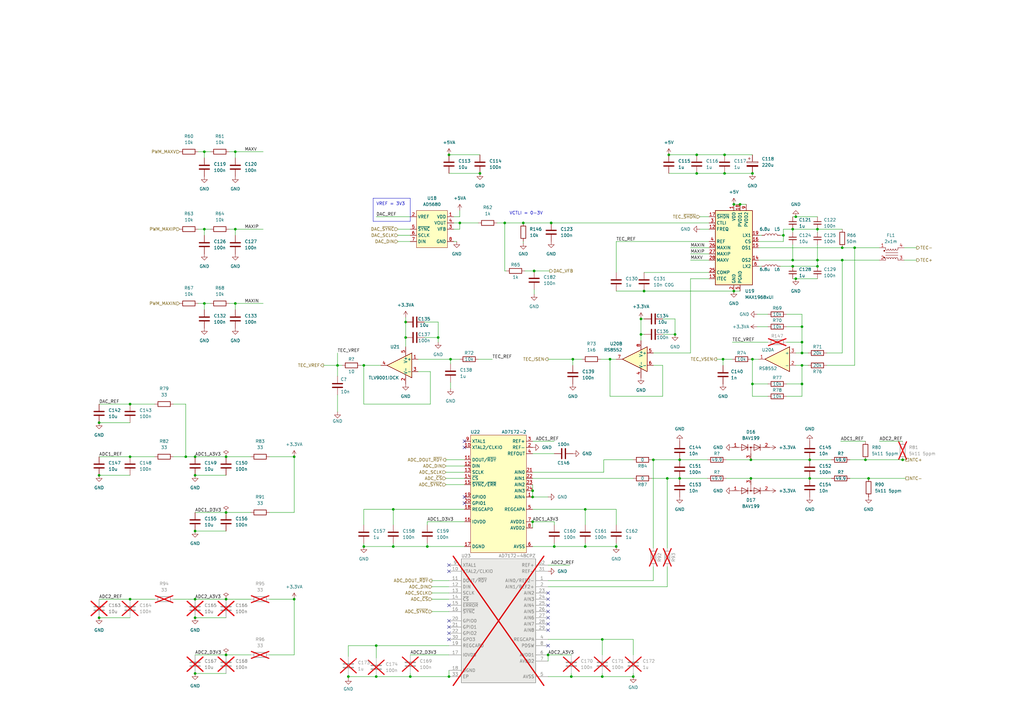
<source format=kicad_sch>
(kicad_sch (version 20230121) (generator eeschema)
  (paper "A3")
  (title_block (title "thermostat") (date "2023-11-27") (rev "r0_3") (company "M-Labs Limited") (comment 1 "Linus Woo Chun Kit"))
  (junction (at 300.99 119.38))
  (junction (at 267.97 188.595))
  (junction (at 297.18 63.5))
  (junction (at 274.32 63.5))
  (junction (at 300.99 83.82))
  (junction (at 188.595 91.44))
  (junction (at 252.73 224.155))
  (junction (at 96.52 62.23))
  (junction (at 53.34 245.745))
  (junction (at 328.93 140.335))
  (junction (at 161.29 208.915))
  (junction (at 92.71 268.605))
  (junction (at 166.37 132.08))
  (junction (at 325.12 106.68))
  (junction (at 234.95 147.32))
  (junction (at 83.82 62.23))
  (junction (at 40.64 173.355))
  (junction (at 184.785 147.32))
  (junction (at 80.01 217.805))
  (junction (at 120.65 187.325))
  (junction (at 40.64 253.365))
  (junction (at 120.65 245.745))
  (junction (at 218.44 213.995))
  (junction (at 154.305 277.495))
  (junction (at 328.93 149.86))
  (junction (at 214.63 91.44))
  (junction (at 350.52 101.6))
  (junction (at 149.225 149.86))
  (junction (at 354.965 188.595))
  (junction (at 296.545 147.32))
  (junction (at 218.44 203.835))
  (junction (at 179.705 138.43))
  (junction (at 184.15 277.495))
  (junction (at 161.29 224.155))
  (junction (at 234.315 277.495))
  (junction (at 308.61 71.12))
  (junction (at 247.015 262.255))
  (junction (at 92.71 210.185))
  (junction (at 325.12 93.98))
  (junction (at 80.01 276.225))
  (junction (at 226.06 91.44))
  (junction (at 262.89 137.16))
  (junction (at 285.75 71.12))
  (junction (at 308.61 157.48))
  (junction (at 259.715 277.495))
  (junction (at 326.39 114.3))
  (junction (at 250.19 147.32))
  (junction (at 92.71 245.745))
  (junction (at 83.82 93.98))
  (junction (at 80.01 187.325))
  (junction (at 83.82 124.46))
  (junction (at 175.26 224.155))
  (junction (at 278.765 188.595))
  (junction (at 80.01 194.945))
  (junction (at 321.31 96.52))
  (junction (at 92.71 187.325))
  (junction (at 53.34 187.325))
  (junction (at 218.44 201.295))
  (junction (at 168.275 277.495))
  (junction (at 80.01 253.365))
  (junction (at 184.15 63.5))
  (junction (at 240.03 224.155))
  (junction (at 335.28 109.22))
  (junction (at 345.44 101.6))
  (junction (at 273.685 196.215))
  (junction (at 278.765 196.215))
  (junction (at 328.93 133.985))
  (junction (at 96.52 93.98))
  (junction (at 227.33 224.155))
  (junction (at 154.305 264.795))
  (junction (at 207.01 91.44))
  (junction (at 96.52 124.46))
  (junction (at 138.43 149.86))
  (junction (at 303.53 83.82))
  (junction (at 40.64 194.945))
  (junction (at 345.44 106.68))
  (junction (at 332.105 188.595))
  (junction (at 328.93 157.48))
  (junction (at 307.975 188.595))
  (junction (at 325.12 109.22))
  (junction (at 196.85 71.12))
  (junction (at 219.075 111.125))
  (junction (at 356.235 196.215))
  (junction (at 262.89 130.81))
  (junction (at 240.03 208.915))
  (junction (at 307.975 196.215))
  (junction (at 328.93 144.78))
  (junction (at 370.205 188.595))
  (junction (at 149.225 224.155))
  (junction (at 264.16 119.38))
  (junction (at 76.2 187.325))
  (junction (at 80.01 245.745))
  (junction (at 335.28 93.98))
  (junction (at 276.86 137.16))
  (junction (at 142.875 277.495))
  (junction (at 308.61 147.32))
  (junction (at 285.75 63.5))
  (junction (at 297.18 71.12))
  (junction (at 335.28 106.68))
  (junction (at 332.105 196.215))
  (junction (at 166.37 138.43))
  (junction (at 224.79 268.605))
  (junction (at 53.34 165.735))
  (junction (at 326.39 88.9))
  (junction (at 247.015 277.495))
  (no_connect (at 190.5 180.975))
  (no_connect (at 184.15 248.285))
  (no_connect (at 190.5 183.515))
  (no_connect (at 190.5 203.835))
  (no_connect (at 190.5 206.375))
  (no_connect (at 224.79 243.205))
  (no_connect (at 224.79 250.825))
  (no_connect (at 184.15 234.315))
  (no_connect (at 184.15 231.775))
  (no_connect (at 224.79 264.795))
  (no_connect (at 184.15 262.255))
  (no_connect (at 224.79 255.905))
  (no_connect (at 184.15 257.175))
  (no_connect (at 184.15 259.715))
  (no_connect (at 224.79 248.285))
  (no_connect (at 224.79 253.365))
  (no_connect (at 184.15 254.635))
  (no_connect (at 224.79 258.445))
  (no_connect (at 224.79 245.745))
  (wire (pts (xy 320.04 96.52) (xy 321.31 96.52)))
  (wire (pts (xy 80.01 276.225) (xy 92.71 276.225)))
  (wire (pts (xy 300.355 140.335) (xy 314.96 140.335)))
  (wire (pts (xy 274.32 63.5) (xy 285.75 63.5)))
  (wire (pts (xy 328.93 144.78) (xy 331.47 144.78)))
  (wire (pts (xy 218.44 201.295) (xy 218.44 203.835)))
  (wire (pts (xy 218.44 213.995) (xy 227.33 213.995)))
  (wire (pts (xy 224.79 147.32) (xy 234.95 147.32)))
  (wire (pts (xy 207.01 91.44) (xy 214.63 91.44)))
  (wire (pts (xy 40.64 245.745) (xy 53.34 245.745)))
  (wire (pts (xy 308.61 147.32) (xy 311.15 147.32)))
  (wire (pts (xy 214.63 91.44) (xy 226.06 91.44)))
  (wire (pts (xy 219.075 111.125) (xy 225.425 111.125)))
  (wire (pts (xy 196.215 147.32) (xy 201.93 147.32)))
  (wire (pts (xy 345.44 106.68) (xy 345.44 144.78)))
  (wire (pts (xy 40.64 194.945) (xy 53.34 194.945)))
  (wire (pts (xy 252.73 111.76) (xy 252.73 99.06)))
  (wire (pts (xy 142.875 277.495) (xy 142.875 278.13)))
  (wire (pts (xy 182.88 198.755) (xy 190.5 198.755)))
  (wire (pts (xy 40.64 165.735) (xy 53.34 165.735)))
  (wire (pts (xy 328.93 149.86) (xy 331.47 149.86)))
  (wire (pts (xy 92.71 268.605) (xy 102.87 268.605)))
  (wire (pts (xy 182.88 191.135) (xy 190.5 191.135)))
  (wire (pts (xy 175.26 213.995) (xy 190.5 213.995)))
  (wire (pts (xy 252.73 119.38) (xy 264.16 119.38)))
  (wire (pts (xy 224.79 268.605) (xy 224.79 271.145)))
  (wire (pts (xy 53.34 245.745) (xy 63.5 245.745)))
  (wire (pts (xy 252.73 208.915) (xy 252.73 215.265)))
  (wire (pts (xy 278.765 196.215) (xy 290.195 196.215)))
  (wire (pts (xy 149.225 215.265) (xy 149.225 208.915)))
  (wire (pts (xy 110.49 187.325) (xy 120.65 187.325)))
  (wire (pts (xy 92.71 210.185) (xy 102.87 210.185)))
  (wire (pts (xy 310.515 128.905) (xy 314.96 128.905)))
  (wire (pts (xy 278.765 188.595) (xy 290.195 188.595)))
  (wire (pts (xy 186.055 93.98) (xy 188.595 93.98)))
  (wire (pts (xy 325.12 106.68) (xy 335.28 106.68)))
  (wire (pts (xy 297.18 63.5) (xy 308.61 63.5)))
  (wire (pts (xy 250.19 147.32) (xy 252.73 147.32)))
  (wire (pts (xy 285.75 71.12) (xy 297.18 71.12)))
  (wire (pts (xy 296.545 147.32) (xy 300.355 147.32)))
  (wire (pts (xy 332.105 188.595) (xy 340.995 188.595)))
  (wire (pts (xy 264.16 119.38) (xy 300.99 119.38)))
  (wire (pts (xy 163.195 99.06) (xy 168.275 99.06)))
  (wire (pts (xy 322.58 157.48) (xy 328.93 157.48)))
  (wire (pts (xy 207.01 91.44) (xy 207.01 111.125)))
  (wire (pts (xy 177.165 245.745) (xy 184.15 245.745)))
  (wire (pts (xy 350.52 101.6) (xy 350.52 149.86)))
  (wire (pts (xy 80.01 253.365) (xy 92.71 253.365)))
  (wire (pts (xy 71.12 245.745) (xy 80.01 245.745)))
  (wire (pts (xy 166.37 138.43) (xy 166.37 142.24)))
  (wire (pts (xy 227.33 213.995) (xy 227.33 215.265)))
  (wire (pts (xy 83.82 93.98) (xy 86.36 93.98)))
  (wire (pts (xy 339.09 144.78) (xy 345.44 144.78)))
  (wire (pts (xy 271.78 162.56) (xy 271.78 149.86)))
  (wire (pts (xy 184.15 63.5) (xy 196.85 63.5)))
  (wire (pts (xy 218.44 208.915) (xy 240.03 208.915)))
  (wire (pts (xy 218.44 213.995) (xy 218.44 216.535)))
  (wire (pts (xy 149.225 208.915) (xy 161.29 208.915)))
  (wire (pts (xy 179.705 132.08) (xy 179.705 138.43)))
  (wire (pts (xy 184.785 149.225) (xy 184.785 147.32)))
  (wire (pts (xy 214.63 99.695) (xy 214.63 99.06)))
  (wire (pts (xy 149.225 224.155) (xy 161.29 224.155)))
  (wire (pts (xy 247.015 277.495) (xy 259.715 277.495)))
  (wire (pts (xy 321.31 93.98) (xy 325.12 93.98)))
  (wire (pts (xy 186.055 99.06) (xy 187.325 99.06)))
  (wire (pts (xy 171.45 147.32) (xy 184.785 147.32)))
  (wire (pts (xy 142.875 277.495) (xy 154.305 277.495)))
  (wire (pts (xy 96.52 124.46) (xy 96.52 127)))
  (wire (pts (xy 154.305 264.795) (xy 154.305 269.875)))
  (wire (pts (xy 325.12 109.22) (xy 335.28 109.22)))
  (wire (pts (xy 287.02 88.9) (xy 290.83 88.9)))
  (wire (pts (xy 283.21 101.6) (xy 290.83 101.6)))
  (wire (pts (xy 219.075 120.65) (xy 219.075 118.745)))
  (wire (pts (xy 163.195 96.52) (xy 168.275 96.52)))
  (wire (pts (xy 271.78 149.86) (xy 267.97 149.86)))
  (wire (pts (xy 182.88 188.595) (xy 190.5 188.595)))
  (wire (pts (xy 262.89 137.16) (xy 262.89 139.7)))
  (wire (pts (xy 326.39 144.78) (xy 328.93 144.78)))
  (wire (pts (xy 283.21 144.78) (xy 267.97 144.78)))
  (wire (pts (xy 247.65 193.675) (xy 247.65 188.595)))
  (wire (pts (xy 184.15 71.12) (xy 196.85 71.12)))
  (wire (pts (xy 328.93 140.335) (xy 328.93 144.78)))
  (wire (pts (xy 311.15 101.6) (xy 345.44 101.6)))
  (wire (pts (xy 234.95 149.86) (xy 234.95 147.32)))
  (wire (pts (xy 96.52 124.46) (xy 107.95 124.46)))
  (wire (pts (xy 149.225 165.735) (xy 149.225 149.86)))
  (wire (pts (xy 240.03 208.915) (xy 252.73 208.915)))
  (wire (pts (xy 234.315 276.225) (xy 234.315 277.495)))
  (wire (pts (xy 267.97 232.41) (xy 267.97 238.125)))
  (wire (pts (xy 335.28 106.68) (xy 345.44 106.68)))
  (wire (pts (xy 182.88 193.675) (xy 190.5 193.675)))
  (wire (pts (xy 325.12 95.25) (xy 325.12 93.98)))
  (wire (pts (xy 154.305 264.795) (xy 184.15 264.795)))
  (wire (pts (xy 176.53 152.4) (xy 176.53 165.735)))
  (wire (pts (xy 348.615 196.215) (xy 356.235 196.215)))
  (wire (pts (xy 120.65 268.605) (xy 120.65 245.745)))
  (wire (pts (xy 186.055 88.9) (xy 188.595 88.9)))
  (wire (pts (xy 335.28 100.33) (xy 335.28 106.68)))
  (wire (pts (xy 224.79 277.495) (xy 234.315 277.495)))
  (wire (pts (xy 93.98 93.98) (xy 96.52 93.98)))
  (wire (pts (xy 264.16 130.81) (xy 262.89 130.81)))
  (wire (pts (xy 325.12 88.9) (xy 326.39 88.9)))
  (wire (pts (xy 250.19 162.56) (xy 271.78 162.56)))
  (wire (pts (xy 322.58 128.905) (xy 328.93 128.905)))
  (wire (pts (xy 273.685 232.41) (xy 273.685 240.665)))
  (wire (pts (xy 83.82 62.23) (xy 83.82 64.77)))
  (wire (pts (xy 161.29 222.885) (xy 161.29 224.155)))
  (wire (pts (xy 166.37 132.08) (xy 166.37 138.43)))
  (wire (pts (xy 80.01 217.805) (xy 92.71 217.805)))
  (wire (pts (xy 307.975 196.215) (xy 332.105 196.215)))
  (wire (pts (xy 264.16 111.76) (xy 290.83 111.76)))
  (wire (pts (xy 247.015 262.255) (xy 259.715 262.255)))
  (wire (pts (xy 154.305 88.9) (xy 168.275 88.9)))
  (wire (pts (xy 246.38 147.32) (xy 250.19 147.32)))
  (wire (pts (xy 247.015 276.225) (xy 247.015 277.495)))
  (wire (pts (xy 267.97 188.595) (xy 267.97 224.79)))
  (wire (pts (xy 53.34 187.325) (xy 63.5 187.325)))
  (wire (pts (xy 240.03 222.885) (xy 240.03 224.155)))
  (wire (pts (xy 138.43 161.925) (xy 138.43 168.91)))
  (wire (pts (xy 110.49 268.605) (xy 120.65 268.605)))
  (wire (pts (xy 177.165 240.665) (xy 184.15 240.665)))
  (wire (pts (xy 370.84 101.6) (xy 375.92 101.6)))
  (wire (pts (xy 188.595 88.9) (xy 188.595 86.36)))
  (wire (pts (xy 311.15 106.68) (xy 325.12 106.68)))
  (wire (pts (xy 325.12 100.33) (xy 325.12 106.68)))
  (wire (pts (xy 234.95 147.32) (xy 238.76 147.32)))
  (wire (pts (xy 40.64 187.325) (xy 53.34 187.325)))
  (wire (pts (xy 177.165 250.825) (xy 184.15 250.825)))
  (wire (pts (xy 247.65 188.595) (xy 259.715 188.595)))
  (wire (pts (xy 83.82 124.46) (xy 83.82 127)))
  (wire (pts (xy 328.93 133.985) (xy 328.93 140.335)))
  (wire (pts (xy 175.26 224.155) (xy 190.5 224.155)))
  (wire (pts (xy 168.275 268.605) (xy 184.15 268.605)))
  (wire (pts (xy 177.165 243.205) (xy 184.15 243.205)))
  (wire (pts (xy 219.075 111.125) (xy 215.265 111.125)))
  (wire (pts (xy 92.71 187.325) (xy 102.87 187.325)))
  (wire (pts (xy 218.44 186.055) (xy 227.33 186.055)))
  (wire (pts (xy 110.49 245.745) (xy 120.65 245.745)))
  (wire (pts (xy 247.015 262.255) (xy 247.015 268.605)))
  (wire (pts (xy 92.71 245.745) (xy 102.87 245.745)))
  (wire (pts (xy 360.68 180.975) (xy 370.205 180.975)))
  (wire (pts (xy 311.15 99.06) (xy 321.31 99.06)))
  (wire (pts (xy 267.97 188.595) (xy 278.765 188.595)))
  (wire (pts (xy 297.815 196.215) (xy 307.975 196.215)))
  (wire (pts (xy 142.875 264.795) (xy 142.875 269.24)))
  (wire (pts (xy 80.01 268.605) (xy 92.71 268.605)))
  (wire (pts (xy 96.52 93.98) (xy 96.52 96.52)))
  (wire (pts (xy 326.39 149.86) (xy 328.93 149.86)))
  (wire (pts (xy 308.61 157.48) (xy 308.61 162.56)))
  (wire (pts (xy 53.34 165.735) (xy 63.5 165.735)))
  (wire (pts (xy 370.205 188.595) (xy 371.475 188.595)))
  (wire (pts (xy 71.12 165.735) (xy 76.2 165.735)))
  (wire (pts (xy 132.715 149.86) (xy 138.43 149.86)))
  (wire (pts (xy 326.39 114.3) (xy 335.28 114.3)))
  (wire (pts (xy 325.12 114.3) (xy 326.39 114.3)))
  (wire (pts (xy 76.2 165.735) (xy 76.2 187.325)))
  (wire (pts (xy 218.44 203.835) (xy 224.79 203.835)))
  (wire (pts (xy 273.685 240.665) (xy 224.79 240.665)))
  (wire (pts (xy 154.305 277.495) (xy 168.275 277.495)))
  (wire (pts (xy 247.65 193.675) (xy 218.44 193.675)))
  (wire (pts (xy 252.73 222.885) (xy 252.73 224.155)))
  (wire (pts (xy 186.055 91.44) (xy 188.595 91.44)))
  (wire (pts (xy 328.93 162.56) (xy 328.93 157.48)))
  (wire (pts (xy 110.49 210.185) (xy 120.65 210.185)))
  (wire (pts (xy 83.82 93.98) (xy 83.82 96.52)))
  (wire (pts (xy 93.98 62.23) (xy 96.52 62.23)))
  (wire (pts (xy 226.06 91.44) (xy 290.83 91.44)))
  (wire (pts (xy 310.515 133.985) (xy 314.96 133.985)))
  (wire (pts (xy 287.02 93.98) (xy 290.83 93.98)))
  (wire (pts (xy 322.58 133.985) (xy 328.93 133.985)))
  (wire (pts (xy 80.01 194.945) (xy 92.71 194.945)))
  (wire (pts (xy 322.58 140.335) (xy 328.93 140.335)))
  (wire (pts (xy 177.165 238.125) (xy 184.15 238.125)))
  (wire (pts (xy 184.15 274.955) (xy 184.15 277.495)))
  (wire (pts (xy 276.86 130.81) (xy 276.86 137.16)))
  (wire (pts (xy 188.595 93.98) (xy 188.595 91.44)))
  (wire (pts (xy 218.44 180.975) (xy 227.33 180.975)))
  (wire (pts (xy 184.785 147.32) (xy 188.595 147.32)))
  (wire (pts (xy 322.58 162.56) (xy 328.93 162.56)))
  (wire (pts (xy 328.93 128.905) (xy 328.93 133.985)))
  (wire (pts (xy 40.64 173.355) (xy 53.34 173.355)))
  (wire (pts (xy 163.195 93.98) (xy 168.275 93.98)))
  (wire (pts (xy 138.43 149.86) (xy 140.335 149.86)))
  (wire (pts (xy 81.28 93.98) (xy 83.82 93.98)))
  (wire (pts (xy 80.01 187.325) (xy 92.71 187.325)))
  (wire (pts (xy 273.685 196.215) (xy 273.685 224.79)))
  (wire (pts (xy 273.685 196.215) (xy 278.765 196.215)))
  (wire (pts (xy 335.28 95.25) (xy 335.28 93.98)))
  (wire (pts (xy 96.52 62.23) (xy 107.95 62.23)))
  (wire (pts (xy 173.99 132.08) (xy 179.705 132.08)))
  (wire (pts (xy 321.31 99.06) (xy 321.31 96.52)))
  (wire (pts (xy 175.26 222.885) (xy 175.26 224.155)))
  (wire (pts (xy 218.44 198.755) (xy 218.44 201.295)))
  (wire (pts (xy 76.2 187.325) (xy 80.01 187.325)))
  (wire (pts (xy 344.805 180.975) (xy 354.965 180.975)))
  (wire (pts (xy 120.65 210.185) (xy 120.65 187.325)))
  (wire (pts (xy 224.79 268.605) (xy 234.315 268.605)))
  (wire (pts (xy 224.79 262.255) (xy 247.015 262.255)))
  (wire (pts (xy 218.44 196.215) (xy 259.715 196.215)))
  (wire (pts (xy 271.78 137.16) (xy 276.86 137.16)))
  (wire (pts (xy 311.15 96.52) (xy 312.42 96.52)))
  (wire (pts (xy 283.21 114.3) (xy 290.83 114.3)))
  (wire (pts (xy 348.615 188.595) (xy 354.965 188.595)))
  (wire (pts (xy 96.52 93.98) (xy 107.95 93.98)))
  (wire (pts (xy 81.28 62.23) (xy 83.82 62.23)))
  (wire (pts (xy 240.03 208.915) (xy 240.03 215.265)))
  (wire (pts (xy 264.16 137.16) (xy 262.89 137.16)))
  (wire (pts (xy 321.31 96.52) (xy 321.31 93.98)))
  (wire (pts (xy 335.28 106.68) (xy 335.28 109.22)))
  (wire (pts (xy 203.835 91.44) (xy 207.01 91.44)))
  (wire (pts (xy 332.105 196.215) (xy 340.995 196.215)))
  (wire (pts (xy 335.28 93.98) (xy 345.44 93.98)))
  (wire (pts (xy 274.32 71.12) (xy 285.75 71.12)))
  (wire (pts (xy 350.52 101.6) (xy 360.68 101.6)))
  (wire (pts (xy 267.335 188.595) (xy 267.97 188.595)))
  (wire (pts (xy 345.44 106.68) (xy 360.68 106.68)))
  (wire (pts (xy 262.89 130.81) (xy 262.89 137.16)))
  (wire (pts (xy 168.275 277.495) (xy 184.15 277.495)))
  (wire (pts (xy 176.53 165.735) (xy 149.225 165.735)))
  (wire (pts (xy 250.19 147.32) (xy 250.19 162.56)))
  (wire (pts (xy 356.235 196.215) (xy 371.475 196.215)))
  (wire (pts (xy 285.75 63.5) (xy 297.18 63.5)))
  (wire (pts (xy 182.88 196.215) (xy 190.5 196.215)))
  (wire (pts (xy 307.975 188.595) (xy 332.105 188.595)))
  (wire (pts (xy 168.275 277.495) (xy 168.275 276.225)))
  (wire (pts (xy 81.28 124.46) (xy 83.82 124.46)))
  (wire (pts (xy 300.99 83.82) (xy 303.53 83.82)))
  (wire (pts (xy 184.785 159.385) (xy 184.785 156.845)))
  (wire (pts (xy 83.82 124.46) (xy 86.36 124.46)))
  (wire (pts (xy 297.815 188.595) (xy 307.975 188.595)))
  (wire (pts (xy 283.21 114.3) (xy 283.21 144.78)))
  (wire (pts (xy 138.43 149.86) (xy 138.43 144.78)))
  (wire (pts (xy 80.01 210.185) (xy 92.71 210.185)))
  (wire (pts (xy 294.005 147.32) (xy 296.545 147.32)))
  (wire (pts (xy 96.52 62.23) (xy 96.52 64.77)))
  (wire (pts (xy 345.44 101.6) (xy 350.52 101.6)))
  (wire (pts (xy 370.84 106.68) (xy 375.92 106.68)))
  (wire (pts (xy 252.73 99.06) (xy 290.83 99.06)))
  (wire (pts (xy 166.37 130.175) (xy 166.37 132.08)))
  (wire (pts (xy 328.93 157.48) (xy 328.93 149.86)))
  (wire (pts (xy 314.96 157.48) (xy 308.61 157.48)))
  (wire (pts (xy 93.98 124.46) (xy 96.52 124.46)))
  (wire (pts (xy 259.715 276.225) (xy 259.715 277.495)))
  (wire (pts (xy 267.97 238.125) (xy 224.79 238.125)))
  (wire (pts (xy 227.33 222.885) (xy 227.33 224.155)))
  (wire (pts (xy 80.01 245.745) (xy 92.71 245.745)))
  (wire (pts (xy 171.45 152.4) (xy 176.53 152.4)))
  (wire (pts (xy 218.44 224.155) (xy 227.33 224.155)))
  (wire (pts (xy 300.99 119.38) (xy 303.53 119.38)))
  (wire (pts (xy 307.975 147.32) (xy 308.61 147.32)))
  (wire (pts (xy 179.705 138.43) (xy 173.99 138.43)))
  (wire (pts (xy 71.12 187.325) (xy 76.2 187.325)))
  (wire (pts (xy 296.545 149.86) (xy 296.545 147.32)))
  (wire (pts (xy 161.29 224.155) (xy 175.26 224.155)))
  (wire (pts (xy 308.61 157.48) (xy 308.61 147.32)))
  (wire (pts (xy 303.53 83.82) (xy 306.07 83.82)))
  (wire (pts (xy 271.78 130.81) (xy 276.86 130.81)))
  (wire (pts (xy 224.79 231.775) (xy 233.68 231.775)))
  (wire (pts (xy 188.595 91.44) (xy 196.215 91.44)))
  (wire (pts (xy 149.225 149.86) (xy 156.21 149.86)))
  (wire (pts (xy 308.61 162.56) (xy 314.96 162.56)))
  (wire (pts (xy 83.82 62.23) (xy 86.36 62.23)))
  (wire (pts (xy 354.965 188.595) (xy 370.205 188.595)))
  (wire (pts (xy 161.29 208.915) (xy 161.29 215.265)))
  (wire (pts (xy 326.39 88.9) (xy 335.28 88.9)))
  (wire (pts (xy 234.315 277.495) (xy 247.015 277.495)))
  (wire (pts (xy 40.64 253.365) (xy 53.34 253.365)))
  (wire (pts (xy 311.15 109.22) (xy 312.42 109.22)))
  (wire (pts (xy 227.33 224.155) (xy 240.03 224.155)))
  (wire (pts (xy 320.04 109.22) (xy 325.12 109.22)))
  (wire (pts (xy 339.09 149.86) (xy 350.52 149.86)))
  (wire (pts (xy 297.18 71.12) (xy 308.61 71.12)))
  (wire (pts (xy 267.335 196.215) (xy 273.685 196.215)))
  (wire (pts (xy 161.29 208.915) (xy 190.5 208.915)))
  (wire (pts (xy 283.21 104.14) (xy 290.83 104.14)))
  (wire (pts (xy 283.21 106.68) (xy 290.83 106.68)))
  (wire (pts (xy 240.03 224.155) (xy 252.73 224.155)))
  (wire (pts (xy 142.875 276.86) (xy 142.875 277.495)))
  (wire (pts (xy 138.43 154.305) (xy 138.43 149.86)))
  (wire (pts (xy 179.705 140.335) (xy 179.705 138.43)))
  (wire (pts (xy 149.225 222.885) (xy 149.225 224.155)))
  (wire (pts (xy 154.305 264.795) (xy 142.875 264.795)))
  (wire (pts (xy 207.01 111.125) (xy 207.645 111.125)))
  (wire (pts (xy 147.955 149.86) (xy 149.225 149.86)))
  (wire (pts (xy 259.715 262.255) (xy 259.715 268.605)))
  (wire (pts (xy 325.12 93.98) (xy 335.28 93.98)))
  (wire (pts (xy 175.26 213.995) (xy 175.26 215.265)))
  (rectangle (start 153.035 81.28) (end 168.275 90.805))
  (text "VREF = 3V3" (at 154.305 84.455 0) (effects (font (size 1.27 1.27)) (justify left bottom)))
  (text "VCTLI = 0-3V" (at 208.915 88.265 0) (effects (font (size 1.27 1.27)) (justify left bottom)))
  (label "DAC_REF" (at 154.305 88.9 0))
  (label "TEC_VREF" (at 138.43 144.78 0))
  (label "ADC1_D3V3" (at 175.26 213.995 0))
  (label "MAXV" (at 100.33 62.23 0))
  (label "MAXIN" (at 100.33 124.46 0))
  (label "ADC2_D3V3" (at 80.01 268.605 0))
  (label "ADC2_REF" (at 40.64 245.745 0))
  (label "ADC1_REF" (at 40.64 187.325 0))
  (label "ADC2_A3V3" (at 80.01 245.745 0))
  (label "MAXIN" (at 283.21 101.6 0))
  (label "ADC1_A3V3" (at 80.01 187.325 0))
  (label "MAXV" (at 283.21 106.68 0))
  (label "DAC_REF" (at 40.64 165.735 0))
  (label "MAXIP" (at 100.33 93.98 0))
  (label "ADC1_REF" (at 344.805 180.975 0))
  (label "ADC1_D3V3" (at 80.01 210.185 0))
  (label "ADC1_REF" (at 219.71 180.975 0))
  (label "ADC1_A3V3" (at 218.44 213.995 0))
  (label "ADC2_A3V3" (at 224.79 268.605 0))
  (label "MAXIP" (at 283.21 104.14 0))
  (label "TEC_REF" (at 201.93 147.32 0))
  (label "TEC_VREF" (at 300.355 140.335 0))
  (label "TEC_REF" (at 252.73 99.06 0))
  (label "ADC2_REF" (at 360.68 180.975 0))
  (label "ADC2_D3V3" (at 168.275 268.605 0))
  (label "ADC2_REF" (at 226.06 231.775 0))
  (hierarchical_label "ADC_DOUT_~{RDY}" (shape output) (at 182.88 188.595 180))
  (hierarchical_label "TEC+" (shape output) (at 375.92 106.68 0))
  (hierarchical_label "PWM_MAXIP" (shape input) (at 73.66 93.98 180))
  (hierarchical_label "DAC_DIN" (shape input) (at 163.195 99.06 180))
  (hierarchical_label "TEC_VREF" (shape output) (at 132.715 149.86 180))
  (hierarchical_label "PWM_MAXIN" (shape input) (at 73.66 124.46 180))
  (hierarchical_label "ADC_~{SYNC}" (shape input) (at 177.165 250.825 180))
  (hierarchical_label "TEC_~{SHDN}" (shape input) (at 287.02 88.9 180))
  (hierarchical_label "DAC_SCLK" (shape input) (at 163.195 96.52 180))
  (hierarchical_label "ADC_~{CS}" (shape input) (at 177.165 245.745 180))
  (hierarchical_label "TEC_ISEN" (shape output) (at 224.79 147.32 180))
  (hierarchical_label "ADC_~{CS}" (shape input) (at 182.88 196.215 180))
  (hierarchical_label "NTC-" (shape passive) (at 371.475 196.215 0))
  (hierarchical_label "ADC_DIN" (shape input) (at 182.88 191.135 180))
  (hierarchical_label "NTC+" (shape passive) (at 371.475 188.595 0))
  (hierarchical_label "TEC-" (shape output) (at 375.92 101.6 0))
  (hierarchical_label "PWM_MAXV" (shape input) (at 73.66 62.23 180))
  (hierarchical_label "ADC_SCLK" (shape input) (at 182.88 193.675 180))
  (hierarchical_label "ADC_DIN" (shape input) (at 177.165 240.665 180))
  (hierarchical_label "TEC_VSEN" (shape output) (at 294.005 147.32 180))
  (hierarchical_label "ADC_~{SYNC}" (shape input) (at 182.88 198.755 180))
  (hierarchical_label "ADC_DOUT_~{RDY}" (shape output) (at 177.165 238.125 180))
  (hierarchical_label "DAC_~{SYNC}" (shape input) (at 163.195 93.98 180))
  (hierarchical_label "ADC_SCLK" (shape input) (at 177.165 243.205 180))
  (hierarchical_label "DAC_VFB" (shape output) (at 225.425 111.125 0))
  (symbol (lib_id "power:GND") (at 80.01 276.225 0) (unit 1)
    (property "Reference" "#PWR0188" (effects hide))
    (property "Value" "GND" (at 80.01 281.305 0))
  )
  (symbol (lib_id "Amplifier_Operational:TLV9001IDCK") (at 166.37 149.86 0) (mirror y) (unit 1)
    (property "Reference" "U21" (at 160.02 142.24 0) (effects (justify right)))
    (property "Value" "TLV9001IDCK" (at 151.13 154.94 0) (effects (justify right)))
    (property "Footprint" "Package_TO_SOT_SMD:SOT-353_SC-70-5" (effects hide))
    (property "Datasheet" "https://www.ti.com/lit/ds/symlink/tlv9001.pdf" (effects hide))
    (property "MFR_PN" "TLV9001IDCKR" (effects hide))
  )
  (symbol (lib_id "power:GND") (at 80.01 194.945 0) (unit 1)
    (property "Reference" "#PWR0174" (effects hide))
    (property "Value" "GND" (at 80.01 200.025 0))
  )
  (symbol (lib_id "Device:R") (at 273.685 228.6 180) (unit 1) (dnp yes)
    (property "Reference" "R93" (at 276.225 228.6 90))
    (property "Value" "0" (at 273.685 228.6 90))
    (property "Footprint" "Resistor_SMD:R_0603_1608Metric" (effects hide))
    (property "MFR_PN" "RMCF0603ZT0R00" (effects hide))
    (property "MFR_PN_ALT" "CR0603-J/-000ELF" (effects hide))
  )
  (symbol (lib_id "Device:C") (at 240.03 219.075 0) (unit 1)
    (property "Reference" "C161" (at 243.84 217.8049 0) (effects (justify left)))
    (property "Value" "100n" (at 243.84 220.3449 0) (effects (justify left)))
    (property "Footprint" "Capacitor_SMD:C_0603_1608Metric" (effects hide))
    (property "MFR_PN" "CL10B104KB8NNWC" (effects hide))
    (property "MFR_PN_ALT" "CL10B104KB8NNNL" (effects hide))
  )
  (symbol (lib_id "Device:C") (at 175.26 219.075 0) (unit 1)
    (property "Reference" "C159" (at 179.07 217.8049 0) (effects (justify left)))
    (property "Value" "100n" (at 179.07 220.3449 0) (effects (justify left)))
    (property "Footprint" "Capacitor_SMD:C_0603_1608Metric" (effects hide))
    (property "MFR_PN" "CL10B104KB8NNWC" (effects hide))
    (property "MFR_PN_ALT" "CL10B104KB8NNNL" (effects hide))
  )
  (symbol (lib_id "kirdy:AD5680") (at 177.165 101.6 0) (unit 1)
    (property "Reference" "U18" (at 177.165 81.28 0))
    (property "Value" "AD5680" (at 177.165 83.82 0))
    (property "Footprint" "Package_TO_SOT_SMD:SOT-23-8" (effects hide))
    (property "Datasheet" "https://www.analog.com/media/en/technical-documentation/data-sheets/ad5680.pdf" (effects hide))
    (property "MFR_PN" "AD5680BRJZ-1" (effects hide))
    (property "Comment" "It must be \"-1\" model" (effects hide))
  )
  (symbol (lib_id "Device:C") (at 53.34 249.555 0) (unit 1) (dnp yes)
    (property "Reference" "C164" (at 57.15 248.2849 0) (effects (justify left)))
    (property "Value" "100n" (at 57.15 250.8249 0) (effects (justify left)))
    (property "Footprint" "Capacitor_SMD:C_0603_1608Metric" (effects hide))
    (property "MFR_PN" "CL10B104KB8NNWC" (effects hide))
    (property "MFR_PN_ALT" "CL10B104KB8NNNL" (effects hide))
  )
  (symbol (lib_id "power:GND") (at 40.64 194.945 0) (unit 1)
    (property "Reference" "#PWR0173" (effects hide))
    (property "Value" "GND" (at 40.64 200.025 0))
  )
  (symbol (lib_id "power:GND") (at 187.325 99.06 0) (unit 1)
    (property "Reference" "#PWR0144" (effects hide))
    (property "Value" "GND" (at 187.325 104.14 0))
  )
  (symbol (lib_id "Device:C") (at 80.01 213.995 0) (unit 1)
    (property "Reference" "C155" (at 83.82 212.7249 0) (effects (justify left)))
    (property "Value" "10u" (at 83.82 215.2649 0) (effects (justify left)))
    (property "Footprint" "Capacitor_SMD:C_0805_2012Metric" (effects hide))
    (property "MFR_PN" "CL21B106KOQNNNG" (effects hide))
    (property "MFR_PN_ALT" "CL21B106KOQNNNE" (effects hide))
  )
  (symbol (lib_id "Device:R") (at 345.44 97.79 180) (unit 1)
    (property "Reference" "R66" (at 349.25 96.52 0))
    (property "Value" "50m" (at 349.25 99.06 0))
    (property "Footprint" "Resistor_SMD:R_2010_5025Metric" (effects hide))
    (property "MFR_PN" "CRM2010-FX-R050ELF" (effects hide))
    (property "MFR_PN_ALT" "WSL2010R0500FEA18" (effects hide))
  )
  (symbol (lib_id "Device:C") (at 154.305 273.685 0) (unit 1) (dnp yes)
    (property "Reference" "C174" (at 158.115 272.4149 0) (effects (justify left)))
    (property "Value" "100n" (at 158.115 274.9549 0) (effects (justify left)))
    (property "Footprint" "Capacitor_SMD:C_0603_1608Metric" (effects hide))
    (property "MFR_PN" "CL10B104KB8NNWC" (effects hide))
    (property "MFR_PN_ALT" "CL10B104KB8NNNL" (effects hide))
  )
  (symbol (lib_id "Device:C") (at 252.73 219.075 0) (unit 1)
    (property "Reference" "C162" (at 256.54 217.8049 0) (effects (justify left)))
    (property "Value" "1u" (at 256.54 220.3449 0) (effects (justify left)))
    (property "Footprint" "Capacitor_SMD:C_0603_1608Metric" (effects hide))
    (property "MFR_PN" "CL10B105KA8NNNC" (effects hide))
    (property "MFR_PN_ALT" "CGA3E1X7R1E105K080AC" (effects hide))
  )
  (symbol (lib_id "power:+3.3VA") (at 120.65 187.325 0) (unit 1)
    (property "Reference" "#PWR0172" (effects hide))
    (property "Value" "+3.3VA" (at 120.65 182.245 0))
  )
  (symbol (lib_id "power:+5V") (at 274.32 63.5 0) (unit 1)
    (property "Reference" "#PWR0135" (effects hide))
    (property "Value" "+5V" (at 274.32 58.42 0))
  )
  (symbol (lib_id "power:GND") (at 219.075 120.65 0) (unit 1)
    (property "Reference" "#PWR0145" (effects hide))
    (property "Value" "GND" (at 219.075 125.73 0))
  )
  (symbol (lib_id "Device:R") (at 106.68 210.185 90) (unit 1)
    (property "Reference" "R91" (at 106.68 203.835 90))
    (property "Value" "33" (at 106.68 206.375 90))
    (property "Footprint" "Resistor_SMD:R_0603_1608Metric" (effects hide))
    (property "MFR_PN" "RC0603FR-0733RL" (effects hide))
    (property "MFR_PN_ALT" "CRGCQ0603F33R" (effects hide))
  )
  (symbol (lib_id "Device:Filter_EMI_LL_1423") (at 365.76 104.14 0) (mirror x) (unit 1)
    (property "Reference" "FL1" (at 365.379 96.52 0))
    (property "Value" "2x1m" (at 365.379 99.06 0))
    (property "Footprint" "Inductor_SMD:L_CommonModeChoke_Wuerth_WE-SL5" (effects hide))
    (property "MFR_PN" "744273501" (effects hide))
  )
  (symbol (lib_id "Device:R") (at 318.77 128.905 90) (unit 1)
    (property "Reference" "R69" (at 318.77 126.365 90))
    (property "Value" "10k" (at 318.77 128.905 90))
    (property "Footprint" "Resistor_SMD:R_0603_1608Metric" (effects hide))
    (property "MFR_PN" "RNCP0603FTD10K0" (effects hide))
    (property "MFR_PN_ALT" "RMCF0603FT10K0" (effects hide))
  )
  (symbol (lib_id "power:GND") (at 83.82 104.14 0) (unit 1)
    (property "Reference" "#PWR0147" (effects hide))
    (property "Value" "GND" (at 83.82 109.22 0))
  )
  (symbol (lib_id "power:GND") (at 310.515 128.905 270) (unit 1)
    (property "Reference" "#PWR0153" (effects hide))
    (property "Value" "GND" (at 307.34 128.905 90) (effects (justify right)))
  )
  (symbol (lib_id "Device:C") (at 138.43 158.115 180) (unit 1)
    (property "Reference" "C?" (at 140.97 155.575 0))
    (property "Value" "10n" (at 141.605 160.655 0))
    (property "Footprint" "Capacitor_SMD:C_0603_1608Metric" (effects hide))
    (property "MFR_PN" "0603B103K500CT" (effects hide))
    (property "MFR_PN_ALT" "CL10B103KB8NNNC" (effects hide))
    (instances (project "kirdy" (path "" (reference "C?") (unit 1)) (path "" (reference "C141") (unit 1))))
  )
  (symbol (lib_id "Device:R") (at 90.17 62.23 90) (unit 1)
    (property "Reference" "R61" (at 90.17 55.88 90))
    (property "Value" "10k" (at 90.17 58.42 90))
    (property "Footprint" "Resistor_SMD:R_0603_1608Metric" (effects hide))
    (property "MFR_PN" "RNCP0603FTD10K0" (effects hide))
    (property "MFR_PN_ALT" "RMCF0603FT10K0" (effects hide))
  )
  (symbol (lib_id "Device:C") (at 296.545 153.67 0) (unit 1)
    (property "Reference" "C140" (at 299.72 152.4 0) (effects (justify left)))
    (property "Value" "1n" (at 299.72 154.94 0) (effects (justify left)))
    (property "Footprint" "Capacitor_SMD:C_0603_1608Metric" (effects hide))
    (property "MFR_PN" "0603N102G250CT" (effects hide))
  )
  (symbol (lib_id "Device:R") (at 294.005 188.595 270) (unit 1)
    (property "Reference" "R?" (at 294.005 186.055 90))
    (property "Value" "49.9" (at 294.005 188.595 90))
    (property "Footprint" "Resistor_SMD:R_0603_1608Metric" (effects hide))
    (property "MFR_PN" "RT0603DRE0749R9L" (effects hide))
    (instances (project "kirdy" (path "" (reference "R?") (unit 1)) (path "" (reference "R85") (unit 1))))
  )
  (symbol (lib_id "kirdy:RS8552") (at 260.35 147.32 0) (mirror y) (unit 3)
    (property "Reference" "U20" (effects hide))
    (property "Value" "RS8552" (effects hide))
    (property "Footprint" "Package_SO:SOIC-8_3.9x4.9mm_P1.27mm" (effects hide))
    (property "Datasheet" "https://datasheet.lcsc.com/lcsc/2010160333_Jiangsu-RUNIC-Tech-RS8554XP_C236997.pdf" (effects hide))
    (property "MFR_PN" "RS8552XK" (effects hide))
  )
  (symbol (lib_id "power:GND") (at 308.61 71.12 0) (unit 1)
    (property "Reference" "#PWR0137" (effects hide))
    (property "Value" "GND" (at 308.61 76.2 0))
  )
  (symbol (lib_id "Device:R") (at 294.005 196.215 270) (unit 1)
    (property "Reference" "R?" (at 294.005 193.675 90))
    (property "Value" "49.9" (at 294.005 196.215 90))
    (property "Footprint" "Resistor_SMD:R_0603_1608Metric" (effects hide))
    (property "MFR_PN" "RT0603DRE0749R9L" (effects hide))
    (instances (project "kirdy" (path "" (reference "R?") (unit 1)) (path "" (reference "R88") (unit 1))))
  )
  (symbol (lib_id "Device:R") (at 106.68 245.745 90) (unit 1) (dnp yes)
    (property "Reference" "R95" (at 106.68 239.395 90))
    (property "Value" "33" (at 106.68 241.935 90))
    (property "Footprint" "Resistor_SMD:R_0603_1608Metric" (effects hide))
    (property "MFR_PN" "RC0603FR-0733RL" (effects hide))
    (property "MFR_PN_ALT" "CRGCQ0603F33R" (effects hide))
  )
  (symbol (lib_id "Device:R") (at 211.455 111.125 270) (unit 1)
    (property "Reference" "R65" (at 211.455 108.585 90))
    (property "Value" "1k" (at 211.455 113.665 90))
    (property "Footprint" "Resistor_SMD:R_0603_1608Metric" (effects hide))
    (property "MFR_PN" "RP0603BRD071KL" (effects hide))
    (property "MFR_PN_ALT" "WR06X1001FTL" (effects hide))
  )
  (symbol (lib_id "kirdy:AD7172-2") (at 204.47 205.105 0) (mirror y) (unit 1)
    (property "Reference" "U22" (at 194.945 177.165 0))
    (property "Value" "AD7172-2" (at 210.82 177.165 0))
    (property "Footprint" "Package_SO:TSSOP-24_4.4x7.8mm_P0.65mm" (effects hide))
    (property "Datasheet" "https://www.analog.com/media/en/technical-documentation/data-sheets/ad7172-2.pdf" (effects hide))
    (property "MFR_PN" "AD7172-2BRUZ" (effects hide))
  )
  (symbol (lib_id "Device:C") (at 92.71 272.415 0) (unit 1) (dnp yes)
    (property "Reference" "C168" (at 96.52 271.1449 0) (effects (justify left)))
    (property "Value" "100n" (at 96.52 273.6849 0) (effects (justify left)))
    (property "Footprint" "Capacitor_SMD:C_0603_1608Metric" (effects hide))
    (property "MFR_PN" "CL10B104KB8NNWC" (effects hide))
    (property "MFR_PN_ALT" "CL10B104KB8NNNL" (effects hide))
  )
  (symbol (lib_id "Device:C") (at 92.71 191.135 0) (unit 1)
    (property "Reference" "C150" (at 96.52 189.8649 0) (effects (justify left)))
    (property "Value" "100n" (at 96.52 192.4049 0) (effects (justify left)))
    (property "Footprint" "Capacitor_SMD:C_0603_1608Metric" (effects hide))
    (property "MFR_PN" "CL10B104KB8NNWC" (effects hide))
    (property "MFR_PN_ALT" "CL10B104KB8NNNL" (effects hide))
  )
  (symbol (lib_id "power:GND") (at 83.82 134.62 0) (unit 1)
    (property "Reference" "#PWR0154" (effects hide))
    (property "Value" "GND" (at 83.82 139.7 0))
  )
  (symbol (lib_id "Device:L") (at 316.23 109.22 90) (unit 1)
    (property "Reference" "L6" (at 318.77 110.49 90))
    (property "Value" "6.8u" (at 313.69 110.49 90))
    (property "Footprint" "Inductor_SMD:L_Wuerth_MAPI-4030" (effects hide))
    (property "MFR_PN" "74438357068" (effects hide))
  )
  (symbol (lib_id "power:GND") (at 234.95 186.055 90) (unit 1)
    (property "Reference" "#PWR0171" (effects hide))
    (property "Value" "GND" (at 238.76 186.0549 90) (effects (justify right)))
  )
  (symbol (lib_id "Device:R") (at 77.47 93.98 90) (unit 1)
    (property "Reference" "R63" (at 77.47 87.63 90))
    (property "Value" "10k" (at 77.47 90.17 90))
    (property "Footprint" "Resistor_SMD:R_0603_1608Metric" (effects hide))
    (property "MFR_PN" "RNCP0603FTD10K0" (effects hide))
    (property "MFR_PN_ALT" "RMCF0603FT10K0" (effects hide))
  )
  (symbol (lib_id "Device:C") (at 40.64 191.135 0) (unit 1)
    (property "Reference" "C147" (at 44.45 189.8649 0) (effects (justify left)))
    (property "Value" "10u" (at 44.45 192.4049 0) (effects (justify left)))
    (property "Footprint" "Capacitor_SMD:C_0805_2012Metric" (effects hide))
    (property "MFR_PN" "CL21B106KOQNNNG" (effects hide))
    (property "MFR_PN_ALT" "CL21B106KOQNNNE" (effects hide))
  )
  (symbol (lib_id "Device:C") (at 278.765 192.405 0) (unit 1)
    (property "Reference" "C151" (at 282.575 191.1349 0) (effects (justify left)))
    (property "Value" "100n" (at 282.575 193.6749 0) (effects (justify left)))
    (property "Footprint" "Capacitor_SMD:C_0603_1608Metric" (effects hide))
    (property "MFR_PN" "CL10B104KB8NNWC" (effects hide))
    (property "MFR_PN_ALT" "CL10B104KB8NNNL" (effects hide))
  )
  (symbol (lib_id "power:GND") (at 96.52 72.39 0) (unit 1)
    (property "Reference" "#PWR0139" (effects hide))
    (property "Value" "GND" (at 96.52 77.47 0))
  )
  (symbol (lib_id "Device:C") (at 297.18 67.31 0) (unit 1)
    (property "Reference" "C117" (at 300.99 66.0399 0) (effects (justify left)))
    (property "Value" "1u" (at 300.99 68.5799 0) (effects (justify left)))
    (property "Footprint" "Capacitor_SMD:C_0603_1608Metric" (effects hide))
    (property "MFR_PN" "CL10B105KA8NNNC" (effects hide))
    (property "MFR_PN_ALT" "CGA3E1X7R1E105K080AC" (effects hide))
  )
  (symbol (lib_id "Device:C") (at 285.75 67.31 0) (unit 1)
    (property "Reference" "C116" (at 289.56 66.0399 0) (effects (justify left)))
    (property "Value" "1u" (at 289.56 68.5799 0) (effects (justify left)))
    (property "Footprint" "Capacitor_SMD:C_0603_1608Metric" (effects hide))
    (property "MFR_PN" "CL10B105KA8NNNC" (effects hide))
    (property "MFR_PN_ALT" "CGA3E1X7R1E105K080AC" (effects hide))
  )
  (symbol (lib_id "Device:C") (at 40.64 169.545 0) (unit 1)
    (property "Reference" "C142" (at 44.45 168.2749 0) (effects (justify left)))
    (property "Value" "10u" (at 44.45 170.8149 0) (effects (justify left)))
    (property "Footprint" "Capacitor_SMD:C_0805_2012Metric" (effects hide))
    (property "MFR_PN" "CL21B106KOQNNNG" (effects hide))
    (property "MFR_PN_ALT" "CL21B106KOQNNNE" (effects hide))
  )
  (symbol (lib_id "Device:C") (at 267.97 137.16 90) (unit 1)
    (property "Reference" "C136" (at 271.78 135.89 90))
    (property "Value" "100n" (at 271.78 138.43 90))
    (property "Footprint" "Capacitor_SMD:C_0603_1608Metric" (effects hide))
    (property "MFR_PN" "CL10B104KB8NNWC" (effects hide))
    (property "MFR_PN_ALT" "CL10B104KB8NNNL" (effects hide))
  )
  (symbol (lib_id "Device:R") (at 67.31 245.745 90) (unit 1) (dnp yes)
    (property "Reference" "R94" (at 67.31 239.395 90))
    (property "Value" "33" (at 67.31 241.935 90))
    (property "Footprint" "Resistor_SMD:R_0603_1608Metric" (effects hide))
    (property "MFR_PN" "RC0603FR-0733RL" (effects hide))
    (property "MFR_PN_ALT" "CRGCQ0603F33R" (effects hide))
  )
  (symbol (lib_id "Device:C_Small") (at 325.12 97.79 0) (unit 1)
    (property "Reference" "C124" (at 327.66 96.5262 0) (effects (justify left)))
    (property "Value" "10u" (at 327.66 99.0662 0) (effects (justify left)))
    (property "Footprint" "Capacitor_SMD:C_0805_2012Metric" (effects hide))
    (property "MFR_PN" "CL21B106KOQNNNG" (effects hide))
    (property "MFR_PN_ALT" "CL21B106KOQNNNE" (effects hide))
  )
  (symbol (lib_id "power:GND") (at 224.79 203.835 90) (unit 1)
    (property "Reference" "#PWR0177" (effects hide))
    (property "Value" "GND" (at 228.6 203.8349 90) (effects (justify right)))
  )
  (symbol (lib_id "Device:C") (at 96.52 130.81 0) (unit 1)
    (property "Reference" "C133" (at 100.33 129.5399 0) (effects (justify left)))
    (property "Value" "100n" (at 100.33 132.0799 0) (effects (justify left)))
    (property "Footprint" "Capacitor_SMD:C_0603_1608Metric" (effects hide))
    (property "MFR_PN" "CL10B104KB8NNWC" (effects hide))
    (property "MFR_PN_ALT" "CL10B104KB8NNNL" (effects hide))
  )
  (symbol (lib_id "Device:R") (at 242.57 147.32 90) (unit 1)
    (property "Reference" "R73" (at 242.57 140.97 90))
    (property "Value" "1k6" (at 242.57 143.51 90))
    (property "Footprint" "Resistor_SMD:R_0603_1608Metric" (effects hide))
    (property "MFR_PN" "RT0603FRE071K6L" (effects hide))
    (property "MFR_PN_ALT" "RMCF0603FT1K60" (effects hide))
  )
  (symbol (lib_id "Device:R") (at 90.17 93.98 90) (unit 1)
    (property "Reference" "R64" (at 90.17 87.63 90))
    (property "Value" "10k" (at 90.17 90.17 90))
    (property "Footprint" "Resistor_SMD:R_0603_1608Metric" (effects hide))
    (property "MFR_PN" "RNCP0603FTD10K0" (effects hide))
    (property "MFR_PN_ALT" "RMCF0603FT10K0" (effects hide))
  )
  (symbol (lib_id "Device:R") (at 354.965 184.785 0) (unit 1)
    (property "Reference" "R80" (at 357.505 183.5149 0) (effects (justify left)))
    (property "Value" "5k11 5ppm" (at 357.505 186.0549 0) (effects (justify left)))
    (property "Footprint" "Resistor_SMD:R_0603_1608Metric" (effects hide))
    (property "MFR_PN" "RN73H1JTTD5111A05" (effects hide))
    (property "MFR_PN_ALT" "TNPU06035K11BZEN00" (effects hide))
  )
  (symbol (lib_id "power:GND") (at 166.37 157.48 0) (unit 1)
    (property "Reference" "#PWR0160" (effects hide))
    (property "Value" "GND" (at 166.37 162.56 0))
  )
  (symbol (lib_id "power:+3.3VA") (at 166.37 130.175 0) (unit 1)
    (property "Reference" "#PWR0151" (effects hide))
    (property "Value" "+3.3VA" (at 166.37 125.095 0))
  )
  (symbol (lib_id "power:GND") (at 142.875 278.13 0) (unit 1)
    (property "Reference" "#PWR0190" (effects hide))
    (property "Value" "GND" (at 142.875 282.575 0))
  )
  (symbol (lib_id "power:GND") (at 226.06 99.06 0) (unit 1)
    (property "Reference" "#PWR0146" (effects hide))
    (property "Value" "GND" (at 226.06 104.14 0))
  )
  (symbol (lib_id "Device:C") (at 168.275 272.415 0) (unit 1) (dnp yes)
    (property "Reference" "C169" (at 172.085 271.1449 0) (effects (justify left)))
    (property "Value" "100n" (at 172.085 273.6849 0) (effects (justify left)))
    (property "Footprint" "Capacitor_SMD:C_0603_1608Metric" (effects hide))
    (property "MFR_PN" "CL10B104KB8NNWC" (effects hide))
    (property "MFR_PN_ALT" "CL10B104KB8NNNL" (effects hide))
  )
  (symbol (lib_id "Device:R") (at 344.805 196.215 270) (unit 1)
    (property "Reference" "R?" (at 344.805 193.675 90))
    (property "Value" "49.9" (at 344.805 196.215 90))
    (property "Footprint" "Resistor_SMD:R_0603_1608Metric" (effects hide))
    (property "MFR_PN" "RT0603DRE0749R9L" (effects hide))
    (instances (project "kirdy" (path "" (reference "R?") (unit 1)) (path "" (reference "R89") (unit 1))))
  )
  (symbol (lib_id "Device:R") (at 106.68 268.605 90) (unit 1) (dnp yes)
    (property "Reference" "R96" (at 106.68 262.255 90))
    (property "Value" "33" (at 106.68 264.795 90))
    (property "Footprint" "Resistor_SMD:R_0603_1608Metric" (effects hide))
    (property "MFR_PN" "RC0603FR-0733RL" (effects hide))
    (property "MFR_PN_ALT" "CRGCQ0603F33R" (effects hide))
  )
  (symbol (lib_id "Device:R") (at 318.77 140.335 270) (unit 1) (dnp yes)
    (property "Reference" "R147" (at 318.77 137.795 90))
    (property "Value" "0" (at 318.77 140.335 90))
    (property "Footprint" "Resistor_SMD:R_0603_1608Metric" (effects hide))
    (property "MFR_PN" "RMCF0603ZT0R00" (effects hide))
    (property "MFR_PN_ALT" "CR0603-J/-000ELF" (effects hide))
  )
  (symbol (lib_id "Device:R") (at 214.63 95.25 180) (unit 1)
    (property "Reference" "R146" (at 217.17 93.98 0) (effects (justify right)))
    (property "Value" "10k" (at 219.075 96.52 0))
    (property "Footprint" "Resistor_SMD:R_0603_1608Metric" (effects hide))
    (property "MFR_PN" "RNCP0603FTD10K0" (effects hide))
    (property "MFR_PN_ALT" "RMCF0603FT10K0" (effects hide))
  )
  (symbol (lib_id "Device:C") (at 332.105 200.025 0) (unit 1)
    (property "Reference" "C154" (at 335.915 198.7549 0) (effects (justify left)))
    (property "Value" "10n" (at 335.915 201.2949 0) (effects (justify left)))
    (property "Footprint" "Capacitor_SMD:C_0603_1608Metric" (effects hide))
    (property "MFR_PN" "0603B103K500CT" (effects hide))
    (property "MFR_PN_ALT" "CL10B103KB8NNNC" (effects hide))
  )
  (symbol (lib_id "power:GND") (at 40.64 253.365 0) (unit 1)
    (property "Reference" "#PWR0186" (effects hide))
    (property "Value" "GND" (at 40.64 258.445 0))
  )
  (symbol (lib_id "Device:C") (at 252.73 115.57 0) (unit 1)
    (property "Reference" "C130" (at 256.54 114.2999 0) (effects (justify left)))
    (property "Value" "1u" (at 256.54 116.8399 0) (effects (justify left)))
    (property "Footprint" "Capacitor_SMD:C_0603_1608Metric" (effects hide))
    (property "MFR_PN" "CL10B105KA8NNNC" (effects hide))
    (property "MFR_PN_ALT" "CGA3E1X7R1E105K080AC" (effects hide))
  )
  (symbol (lib_id "Device:C") (at 274.32 67.31 0) (unit 1)
    (property "Reference" "C115" (at 278.13 66.0399 0) (effects (justify left)))
    (property "Value" "1u" (at 278.13 68.5799 0) (effects (justify left)))
    (property "Footprint" "Capacitor_SMD:C_0603_1608Metric" (effects hide))
    (property "MFR_PN" "CL10B105KA8NNNC" (effects hide))
    (property "MFR_PN_ALT" "CGA3E1X7R1E105K080AC" (effects hide))
  )
  (symbol (lib_id "Device:C_Small") (at 325.12 111.76 0) (unit 1)
    (property "Reference" "C128" (at 327.66 110.4962 0) (effects (justify left)))
    (property "Value" "1u" (at 327.66 113.0362 0) (effects (justify left)))
    (property "Footprint" "Capacitor_SMD:C_0603_1608Metric" (effects hide))
    (property "MFR_PN" "CL10B105KA8NNNC" (effects hide))
    (property "MFR_PN_ALT" "CGA3E1X7R1E105K080AC" (effects hide))
  )
  (symbol (lib_id "Device:C") (at 184.15 67.31 0) (unit 1)
    (property "Reference" "C113" (at 187.96 66.0399 0) (effects (justify left)))
    (property "Value" "10u" (at 187.96 68.5799 0) (effects (justify left)))
    (property "Footprint" "Capacitor_SMD:C_0805_2012Metric" (effects hide))
    (property "MFR_PN" "CL21B106KOQNNNG" (effects hide))
    (property "MFR_PN_ALT" "CL21B106KOQNNNE" (effects hide))
  )
  (symbol (lib_id "power:GND") (at 252.73 224.155 0) (unit 1)
    (property "Reference" "#PWR0183" (effects hide))
    (property "Value" "GND" (at 252.73 229.235 0))
  )
  (symbol (lib_id "power:GND") (at 83.82 72.39 0) (unit 1)
    (property "Reference" "#PWR0138" (effects hide))
    (property "Value" "GND" (at 83.82 77.47 0))
  )
  (symbol (lib_id "power:GND") (at 196.85 71.12 0) (unit 1)
    (property "Reference" "#PWR0136" (effects hide))
    (property "Value" "GND" (at 196.85 76.2 0))
  )
  (symbol (lib_id "Device:R") (at 77.47 62.23 90) (unit 1)
    (property "Reference" "R60" (at 77.47 55.88 90))
    (property "Value" "10k" (at 77.47 58.42 90))
    (property "Footprint" "Resistor_SMD:R_0603_1608Metric" (effects hide))
    (property "MFR_PN" "RNCP0603FTD10K0" (effects hide))
    (property "MFR_PN_ALT" "RMCF0603FT10K0" (effects hide))
  )
  (symbol (lib_id "Device:C") (at 149.225 219.075 0) (unit 1)
    (property "Reference" "C157" (at 153.035 217.8049 0) (effects (justify left)))
    (property "Value" "1u" (at 153.035 220.3449 0) (effects (justify left)))
    (property "Footprint" "Capacitor_SMD:C_0603_1608Metric" (effects hide))
    (property "MFR_PN" "CL10B105KA8NNNC" (effects hide))
    (property "MFR_PN_ALT" "CGA3E1X7R1E105K080AC" (effects hide))
  )
  (symbol (lib_id "Device:R") (at 200.025 91.44 90) (unit 1)
    (property "Reference" "R62" (at 200.025 85.09 90))
    (property "Value" "1k" (at 200.025 87.63 90))
    (property "Footprint" "Resistor_SMD:R_0603_1608Metric" (effects hide))
    (property "MFR_PN" "RP0603BRD071KL" (effects hide))
    (property "MFR_PN_ALT" "WR06X1001FTL" (effects hide))
  )
  (symbol (lib_id "power:GND") (at 80.01 253.365 0) (unit 1)
    (property "Reference" "#PWR0187" (effects hide))
    (property "Value" "GND" (at 80.01 258.445 0))
  )
  (symbol (lib_id "power:GND") (at 300.355 183.515 270) (unit 1)
    (property "Reference" "#PWR0169" (effects hide))
    (property "Value" "GND" (at 296.545 183.5149 90) (effects (justify right)))
  )
  (symbol (lib_id "Device:R") (at 67.31 165.735 90) (unit 1)
    (property "Reference" "R79" (at 67.31 159.385 90))
    (property "Value" "33" (at 67.31 161.925 90))
    (property "Footprint" "Resistor_SMD:R_0603_1608Metric" (effects hide))
    (property "MFR_PN" "RC0603FR-0733RL" (effects hide))
    (property "MFR_PN_ALT" "CRGCQ0603F33R" (effects hide))
  )
  (symbol (lib_id "Device:C") (at 96.52 68.58 0) (unit 1)
    (property "Reference" "C120" (at 100.33 67.3099 0) (effects (justify left)))
    (property "Value" "100n" (at 100.33 69.8499 0) (effects (justify left)))
    (property "Footprint" "Capacitor_SMD:C_0603_1608Metric" (effects hide))
    (property "MFR_PN" "CL10B104KB8NNWC" (effects hide))
    (property "MFR_PN_ALT" "CL10B104KB8NNNL" (effects hide))
  )
  (symbol (lib_id "power:GND") (at 179.705 140.335 0) (mirror y) (unit 1)
    (property "Reference" "#PWR0158" (effects hide))
    (property "Value" "GND" (at 179.705 145.415 0))
  )
  (symbol (lib_id "Device:R") (at 356.235 200.025 0) (unit 1)
    (property "Reference" "R90" (at 358.775 198.7549 0) (effects (justify left)))
    (property "Value" "5k11 5ppm" (at 358.775 201.2949 0) (effects (justify left)))
    (property "Footprint" "Resistor_SMD:R_0603_1608Metric" (effects hide))
    (property "MFR_PN" "RN73H1JTTD5111A05" (effects hide))
    (property "MFR_PN_ALT" "TNPU06035K11BZEN00" (effects hide))
  )
  (symbol (lib_id "Device:C") (at 80.01 191.135 0) (unit 1)
    (property "Reference" "C149" (at 83.82 189.8649 0) (effects (justify left)))
    (property "Value" "10u" (at 83.82 192.4049 0) (effects (justify left)))
    (property "Footprint" "Capacitor_SMD:C_0805_2012Metric" (effects hide))
    (property "MFR_PN" "CL21B106KOQNNNG" (effects hide))
    (property "MFR_PN_ALT" "CL21B106KOQNNNE" (effects hide))
  )
  (symbol (lib_id "Device:C") (at 196.85 67.31 0) (unit 1)
    (property "Reference" "C114" (at 200.66 66.0399 0) (effects (justify left)))
    (property "Value" "100n" (at 200.66 68.5799 0) (effects (justify left)))
    (property "Footprint" "Capacitor_SMD:C_0603_1608Metric" (effects hide))
    (property "MFR_PN" "CL10B104KB8NNWC" (effects hide))
    (property "MFR_PN_ALT" "CL10B104KB8NNNL" (effects hide))
  )
  (symbol (lib_id "power:+3.3VA") (at 262.89 130.81 0) (unit 1)
    (property "Reference" "#PWR0152" (effects hide))
    (property "Value" "+3.3VA" (at 262.89 125.73 0))
  )
  (symbol (lib_id "Device:R") (at 370.205 184.785 0) (unit 1) (dnp yes)
    (property "Reference" "R81" (at 372.745 183.5149 0) (effects (justify left)))
    (property "Value" "5k11 5ppm" (at 372.745 186.0549 0) (effects (justify left)))
    (property "Footprint" "Resistor_SMD:R_0603_1608Metric" (effects hide))
    (property "MFR_PN" "RN73H1JTTD5111A05" (effects hide))
    (property "MFR_PN_ALT" "TNPU06035K11BZEN00" (effects hide))
  )
  (symbol (lib_id "power:GND") (at 234.95 157.48 0) (unit 1)
    (property "Reference" "#PWR0161" (effects hide))
    (property "Value" "GND" (at 234.95 162.56 0))
  )
  (symbol (lib_id "Device:C_Small") (at 325.12 91.44 0) (unit 1)
    (property "Reference" "C121" (at 327.66 90.1762 0) (effects (justify left)))
    (property "Value" "1u" (at 327.66 92.7162 0) (effects (justify left)))
    (property "Footprint" "Capacitor_SMD:C_0603_1608Metric" (effects hide))
    (property "MFR_PN" "CL10B105KA8NNNC" (effects hide))
    (property "MFR_PN_ALT" "CGA3E1X7R1E105K080AC" (effects hide))
  )
  (symbol (lib_id "Device:C") (at 247.015 272.415 0) (unit 1) (dnp yes)
    (property "Reference" "C171" (at 250.825 271.1449 0) (effects (justify left)))
    (property "Value" "100n" (at 250.825 273.6849 0) (effects (justify left)))
    (property "Footprint" "Capacitor_SMD:C_0603_1608Metric" (effects hide))
    (property "MFR_PN" "CL10B104KB8NNWC" (effects hide))
    (property "MFR_PN_ALT" "CL10B104KB8NNNL" (effects hide))
  )
  (symbol (lib_id "Device:C") (at 83.82 68.58 0) (unit 1)
    (property "Reference" "C119" (at 87.63 67.3099 0) (effects (justify left)))
    (property "Value" "100n" (at 87.63 69.8499 0) (effects (justify left)))
    (property "Footprint" "Capacitor_SMD:C_0603_1608Metric" (effects hide))
    (property "MFR_PN" "CL10B104KB8NNWC" (effects hide))
    (property "MFR_PN_ALT" "CL10B104KB8NNNL" (effects hide))
  )
  (symbol (lib_id "Device:L") (at 316.23 96.52 90) (unit 1)
    (property "Reference" "L5" (at 318.77 93.98 90))
    (property "Value" "6.8u" (at 313.69 93.98 90))
    (property "Footprint" "Inductor_SMD:L_Wuerth_MAPI-4030" (effects hide))
    (property "MFR_PN" "74438357068" (effects hide))
  )
  (symbol (lib_id "Device:C") (at 80.01 272.415 0) (unit 1) (dnp yes)
    (property "Reference" "C167" (at 83.82 271.1449 0) (effects (justify left)))
    (property "Value" "10u" (at 83.82 273.6849 0) (effects (justify left)))
    (property "Footprint" "Capacitor_SMD:C_0805_2012Metric" (effects hide))
    (property "MFR_PN" "CL21B106KOQNNNG" (effects hide))
    (property "MFR_PN_ALT" "CL21B106KOQNNNE" (effects hide))
  )
  (symbol (lib_id "Device:C") (at 234.95 153.67 0) (unit 1)
    (property "Reference" "C139" (at 238.76 152.3999 0) (effects (justify left)))
    (property "Value" "100n" (at 238.76 154.9399 0) (effects (justify left)))
    (property "Footprint" "Capacitor_SMD:C_0603_1608Metric" (effects hide))
    (property "MFR_PN" "CL10B104KB8NNWC" (effects hide))
    (property "MFR_PN_ALT" "CL10B104KB8NNNL" (effects hide))
  )
  (symbol (lib_id "Device:C") (at 83.82 100.33 0) (unit 1)
    (property "Reference" "C126" (at 87.63 99.0599 0) (effects (justify left)))
    (property "Value" "100n" (at 87.63 101.5999 0) (effects (justify left)))
    (property "Footprint" "Capacitor_SMD:C_0603_1608Metric" (effects hide))
    (property "MFR_PN" "CL10B104KB8NNWC" (effects hide))
    (property "MFR_PN_ALT" "CL10B104KB8NNNL" (effects hide))
  )
  (symbol (lib_id "Diode:BAV99") (at 307.975 201.295 0) (mirror x) (unit 1)
    (property "Reference" "D17" (at 307.975 205.105 0))
    (property "Value" "BAV199" (at 307.975 207.645 0))
    (property "Footprint" "Package_TO_SOT_SMD:SOT-23" (effects hide))
    (property "Datasheet" "https://assets.nexperia.com/documents/data-sheet/BAV99_SER.pdf" (effects hide))
    (property "MFR_PN" "BAV199W-7" (effects hide))
    (property "MFR_PN_ALT" "BAV199LT1G" (effects hide))
  )
  (symbol (lib_id "Device:R") (at 335.28 144.78 90) (unit 1)
    (property "Reference" "R71" (at 335.28 142.24 90))
    (property "Value" "20k" (at 335.28 144.78 90))
    (property "Footprint" "Resistor_SMD:R_0603_1608Metric" (effects hide))
    (property "MFR_PN" "RMCF0603FT20K0" (effects hide))
    (property "MFR_PN_ALT" "RC0603FR-0720KL" (effects hide))
  )
  (symbol (lib_id "Device:C") (at 80.01 249.555 0) (unit 1) (dnp yes)
    (property "Reference" "C165" (at 83.82 248.2849 0) (effects (justify left)))
    (property "Value" "10u" (at 83.82 250.8249 0) (effects (justify left)))
    (property "Footprint" "Capacitor_SMD:C_0805_2012Metric" (effects hide))
    (property "MFR_PN" "CL21B106KOQNNNG" (effects hide))
    (property "MFR_PN_ALT" "CL21B106KOQNNNE" (effects hide))
  )
  (symbol (lib_id "power:PWR_FLAG") (at 92.71 268.605 0) (unit 1)
    (property "Reference" "#FLG018" (effects hide))
    (property "Value" "PWR_FLAG" (effects hide))
  )
  (symbol (lib_id "power:GND") (at 184.785 159.385 0) (mirror y) (unit 1)
    (property "Reference" "#PWR0163" (effects hide))
    (property "Value" "GND" (at 184.785 164.465 0))
  )
  (symbol (lib_id "power:+5V") (at 300.99 83.82 0) (unit 1)
    (property "Reference" "#PWR0140" (effects hide))
    (property "Value" "+5V" (at 300.99 78.74 0))
  )
  (symbol (lib_id "Device:C") (at 92.71 213.995 0) (unit 1)
    (property "Reference" "C156" (at 96.52 212.7249 0) (effects (justify left)))
    (property "Value" "100n" (at 96.52 215.2649 0) (effects (justify left)))
    (property "Footprint" "Capacitor_SMD:C_0603_1608Metric" (effects hide))
    (property "MFR_PN" "CL10B104KB8NNWC" (effects hide))
    (property "MFR_PN_ALT" "CL10B104KB8NNNL" (effects hide))
  )
  (symbol (lib_id "power:GND") (at 218.44 183.515 90) (unit 1)
    (property "Reference" "#PWR0168" (effects hide))
    (property "Value" "GND" (at 222.25 183.5149 90) (effects (justify right)))
  )
  (symbol (lib_id "Device:C") (at 332.105 192.405 0) (unit 1)
    (property "Reference" "C152" (at 335.915 191.1349 0) (effects (justify left)))
    (property "Value" "100n" (at 335.915 193.6749 0) (effects (justify left)))
    (property "Footprint" "Capacitor_SMD:C_0603_1608Metric" (effects hide))
    (property "MFR_PN" "CL10B104KB8NNWC" (effects hide))
    (property "MFR_PN_ALT" "CL10B104KB8NNNL" (effects hide))
  )
  (symbol (lib_id "power:GND") (at 278.765 203.835 0) (unit 1)
    (property "Reference" "#PWR0178" (effects hide))
    (property "Value" "GND" (at 278.765 208.915 0))
  )
  (symbol (lib_id "power:GND") (at 138.43 168.91 0) (unit 1)
    (property "Reference" "#PWR?" (effects hide))
    (property "Value" "GND" (at 138.43 172.72 0))
    (instances (project "kirdy" (path "" (reference "#PWR?") (unit 1)) (path "" (reference "#PWR0164") (unit 1))))
  )
  (symbol (lib_id "power:GND") (at 224.79 234.315 90) (unit 1)
    (property "Reference" "#PWR0184" (effects hide))
    (property "Value" "GND" (at 228.6 234.3149 90) (effects (justify right)))
  )
  (symbol (lib_id "kirdy:AD7172-4BCPZ") (at 224.79 231.775 0) (mirror y) (unit 1) (dnp yes)
    (property "Reference" "U23" (at 191.135 227.965 0))
    (property "Value" "AD7172-4BCPZ" (at 212.09 227.965 0))
    (property "Footprint" "kirdy:QFN50P500X500X80-33N-D" (effects hide))
    (property "Datasheet" "https://componentsearchengine.com/Datasheets/2/AD7172-4BCPZ.pdf" (effects hide))
    (property "MFR_PN" "AD7172-4BCPZ" (effects hide))
  )
  (symbol (lib_id "power:GND") (at 262.89 154.94 0) (unit 1)
    (property "Reference" "#PWR0159" (effects hide))
    (property "Value" "GND" (at 262.89 160.02 0))
  )
  (symbol (lib_id "Device:C") (at 278.765 200.025 0) (unit 1)
    (property "Reference" "C153" (at 282.575 198.7549 0) (effects (justify left)))
    (property "Value" "10n" (at 282.575 201.2949 0) (effects (justify left)))
    (property "Footprint" "Capacitor_SMD:C_0603_1608Metric" (effects hide))
    (property "MFR_PN" "0603B103K500CT" (effects hide))
    (property "MFR_PN_ALT" "CL10B103KB8NNNC" (effects hide))
  )
  (symbol (lib_id "Device:R") (at 267.97 228.6 180) (unit 1) (dnp yes)
    (property "Reference" "R92" (at 270.51 228.6 90))
    (property "Value" "0" (at 267.97 228.6 90))
    (property "Footprint" "Resistor_SMD:R_0603_1608Metric" (effects hide))
    (property "MFR_PN" "RMCF0603ZT0R00" (effects hide))
    (property "MFR_PN_ALT" "CR0603-J/-000ELF" (effects hide))
  )
  (symbol (lib_id "power:GND") (at 300.355 201.295 270) (unit 1)
    (property "Reference" "#PWR0175" (effects hide))
    (property "Value" "GND" (at 296.545 201.2949 90) (effects (justify right)))
  )
  (symbol (lib_id "Device:R") (at 67.31 187.325 90) (unit 1)
    (property "Reference" "R82" (at 67.31 180.975 90))
    (property "Value" "33" (at 67.31 183.515 90))
    (property "Footprint" "Resistor_SMD:R_0603_1608Metric" (effects hide))
    (property "MFR_PN" "RC0603FR-0733RL" (effects hide))
    (property "MFR_PN_ALT" "CRGCQ0603F33R" (effects hide))
  )
  (symbol (lib_id "Device:C_Small") (at 335.28 97.79 0) (unit 1)
    (property "Reference" "C125" (at 337.82 96.5262 0) (effects (justify left)))
    (property "Value" "100n" (at 337.82 99.0662 0) (effects (justify left)))
    (property "Footprint" "Capacitor_SMD:C_0603_1608Metric" (effects hide))
    (property "MFR_PN" "CL10B104KB8NNWC" (effects hide))
    (property "MFR_PN_ALT" "CL10B104KB8NNNL" (effects hide))
  )
  (symbol (lib_id "Device:C_Polarized") (at 308.61 67.31 0) (unit 1)
    (property "Reference" "C118" (at 312.42 65.1509 0) (effects (justify left)))
    (property "Value" "220u" (at 312.42 67.6909 0) (effects (justify left)))
    (property "Footprint" "Capacitor_Tantalum_SMD:CP_EIA-7343-15_Kemet-W" (effects hide))
    (property "MFR_PN" "T491D227K016AT" (effects hide))
    (property "MFR_PN_ALT" "293D227X9016E2TE3" (effects hide))
  )
  (symbol (lib_id "power:PWR_FLAG") (at 92.71 210.185 0) (unit 1)
    (property "Reference" "#FLG016" (effects hide))
    (property "Value" "PWR_FLAG" (effects hide))
  )
  (symbol (lib_id "Device:C") (at 161.29 219.075 0) (unit 1)
    (property "Reference" "C158" (at 165.1 217.8049 0) (effects (justify left)))
    (property "Value" "100n" (at 165.1 220.3449 0) (effects (justify left)))
    (property "Footprint" "Capacitor_SMD:C_0603_1608Metric" (effects hide))
    (property "MFR_PN" "CL10B104KB8NNWC" (effects hide))
    (property "MFR_PN_ALT" "CL10B104KB8NNNL" (effects hide))
  )
  (symbol (lib_id "Device:R") (at 144.145 149.86 90) (unit 1)
    (property "Reference" "R?" (at 144.145 147.32 90))
    (property "Value" "10" (at 144.145 152.4 90))
    (property "Footprint" "Resistor_SMD:R_0603_1608Metric" (effects hide))
    (property "MFR_PN" "RT0603BRD0710RL" (effects hide))
    (property "MFR_PN_ALT" "WR06X10R0FTL" (effects hide))
    (instances (project "kirdy" (path "" (reference "R?") (unit 1)) (path "" (reference "R75") (unit 1))))
  )
  (symbol (lib_id "Device:R") (at 318.77 157.48 90) (unit 1)
    (property "Reference" "R77" (at 318.77 154.94 90))
    (property "Value" "10k" (at 318.77 157.48 90))
    (property "Footprint" "Resistor_SMD:R_0603_1608Metric" (effects hide))
    (property "MFR_PN" "RNCP0603FTD10K0" (effects hide))
    (property "MFR_PN_ALT" "RMCF0603FT10K0" (effects hide))
  )
  (symbol (lib_id "power:+3.3VA") (at 315.595 183.515 270) (unit 1)
    (property "Reference" "#PWR0170" (effects hide))
    (property "Value" "+3.3VA" (at 319.405 183.5149 90) (effects (justify left)))
  )
  (symbol (lib_id "kirdy:RS8552") (at 318.77 147.32 0) (mirror y) (unit 1)
    (property "Reference" "U20" (at 314.96 143.51 0))
    (property "Value" "RS8552" (at 314.96 151.13 0))
    (property "Footprint" "Package_SO:SOIC-8_3.9x4.9mm_P1.27mm" (effects hide))
    (property "Datasheet" "https://datasheet.lcsc.com/lcsc/2010160333_Jiangsu-RUNIC-Tech-RS8554XP_C236997.pdf" (effects hide))
    (property "MFR_PN" "RS8552XK" (effects hide))
  )
  (symbol (lib_id "Device:C") (at 53.34 191.135 0) (unit 1)
    (property "Reference" "C148" (at 57.15 189.8649 0) (effects (justify left)))
    (property "Value" "100n" (at 57.15 192.4049 0) (effects (justify left)))
    (property "Footprint" "Capacitor_SMD:C_0603_1608Metric" (effects hide))
    (property "MFR_PN" "CL10B104KB8NNWC" (effects hide))
    (property "MFR_PN_ALT" "CL10B104KB8NNNL" (effects hide))
  )
  (symbol (lib_id "Device:C") (at 142.875 273.05 0) (unit 1) (dnp yes)
    (property "Reference" "C173" (at 146.685 271.7799 0) (effects (justify left)))
    (property "Value" "1u" (at 146.685 274.3199 0) (effects (justify left)))
    (property "Footprint" "Capacitor_SMD:C_0603_1608Metric" (effects hide))
    (property "MFR_PN" "CL10B105KA8NNNC" (effects hide))
    (property "MFR_PN_ALT" "CGA3E1X7R1E105K080AC" (effects hide))
  )
  (symbol (lib_id "Device:C") (at 96.52 100.33 0) (unit 1)
    (property "Reference" "C127" (at 100.33 99.0599 0) (effects (justify left)))
    (property "Value" "100n" (at 100.33 101.5999 0) (effects (justify left)))
    (property "Footprint" "Capacitor_SMD:C_0603_1608Metric" (effects hide))
    (property "MFR_PN" "CL10B104KB8NNWC" (effects hide))
    (property "MFR_PN_ALT" "CL10B104KB8NNNL" (effects hide))
  )
  (symbol (lib_id "Device:C") (at 219.075 114.935 0) (unit 1)
    (property "Reference" "C182" (at 222.885 113.6649 0) (effects (justify left)))
    (property "Value" "100n" (at 222.885 116.2049 0) (effects (justify left)))
    (property "Footprint" "Capacitor_SMD:C_0603_1608Metric" (effects hide))
    (property "MFR_PN" "CL10B104KB8NNWC" (effects hide))
    (property "MFR_PN_ALT" "CL10B104KB8NNNL" (effects hide))
  )
  (symbol (lib_id "Device:C") (at 231.14 186.055 90) (unit 1)
    (property "Reference" "C146" (at 231.14 189.865 90))
    (property "Value" "100n" (at 231.14 182.245 90))
    (property "Footprint" "Capacitor_SMD:C_0603_1608Metric" (effects hide))
    (property "MFR_PN" "CL10B104KB8NNWC" (effects hide))
    (property "MFR_PN_ALT" "CL10B104KB8NNNL" (effects hide))
  )
  (symbol (lib_id "Device:C_Small") (at 335.28 91.44 0) (unit 1)
    (property "Reference" "C122" (at 337.82 90.1762 0) (effects (justify left)))
    (property "Value" "100n" (at 337.82 92.7162 0) (effects (justify left)))
    (property "Footprint" "Capacitor_SMD:C_0603_1608Metric" (effects hide))
    (property "MFR_PN" "CL10B104KB8NNWC" (effects hide))
    (property "MFR_PN_ALT" "CL10B104KB8NNNL" (effects hide))
  )
  (symbol (lib_id "Device:C") (at 332.105 184.785 0) (unit 1)
    (property "Reference" "C145" (at 335.915 183.5149 0) (effects (justify left)))
    (property "Value" "10n" (at 335.915 186.0549 0) (effects (justify left)))
    (property "Footprint" "Capacitor_SMD:C_0603_1608Metric" (effects hide))
    (property "MFR_PN" "0603B103K500CT" (effects hide))
    (property "MFR_PN_ALT" "CL10B103KB8NNNC" (effects hide))
  )
  (symbol (lib_id "Device:R") (at 106.68 187.325 90) (unit 1)
    (property "Reference" "R83" (at 106.68 180.975 90))
    (property "Value" "33" (at 106.68 183.515 90))
    (property "Footprint" "Resistor_SMD:R_0603_1608Metric" (effects hide))
    (property "MFR_PN" "RC0603FR-0733RL" (effects hide))
    (property "MFR_PN_ALT" "CRGCQ0603F33R" (effects hide))
  )
  (symbol (lib_id "Device:C") (at 184.785 153.035 0) (unit 1)
    (property "Reference" "C138" (at 188.595 151.7649 0) (effects (justify left)))
    (property "Value" "1u" (at 188.595 154.3049 0) (effects (justify left)))
    (property "Footprint" "Capacitor_SMD:C_0603_1608Metric" (effects hide))
    (property "MFR_PN" "CL10B105KA8NNNC" (effects hide))
    (property "MFR_PN_ALT" "CGA3E1X7R1E105K080AC" (effects hide))
  )
  (symbol (lib_id "Device:R") (at 318.77 133.985 90) (unit 1)
    (property "Reference" "R70" (at 318.77 131.445 90))
    (property "Value" "10k" (at 318.77 133.985 90))
    (property "Footprint" "Resistor_SMD:R_0603_1608Metric" (effects hide))
    (property "MFR_PN" "RNCP0603FTD10K0" (effects hide))
    (property "MFR_PN_ALT" "RMCF0603FT10K0" (effects hide))
  )
  (symbol (lib_id "power:GND") (at 356.235 203.835 0) (unit 1)
    (property "Reference" "#PWR0180" (effects hide))
    (property "Value" "GND" (at 356.235 208.915 0))
  )
  (symbol (lib_id "power:GND") (at 326.39 88.9 180) (unit 1)
    (property "Reference" "#PWR0142" (effects hide))
    (property "Value" "GND" (at 326.39 83.82 0))
  )
  (symbol (lib_id "power:GND") (at 296.545 157.48 0) (unit 1)
    (property "Reference" "#PWR0162" (effects hide))
    (property "Value" "GND" (at 296.545 162.56 0))
  )
  (symbol (lib_id "power:GND") (at 96.52 134.62 0) (unit 1)
    (property "Reference" "#PWR0155" (effects hide))
    (property "Value" "GND" (at 96.52 139.7 0))
  )
  (symbol (lib_id "power:GND") (at 332.105 203.835 0) (unit 1)
    (property "Reference" "#PWR0179" (effects hide))
    (property "Value" "GND" (at 332.105 208.915 0))
  )
  (symbol (lib_id "power:GND") (at 332.105 180.975 180) (unit 1)
    (property "Reference" "#PWR0167" (effects hide))
    (property "Value" "GND" (at 332.105 175.895 0))
  )
  (symbol (lib_id "Device:R") (at 90.17 124.46 90) (unit 1)
    (property "Reference" "R68" (at 90.17 118.11 90))
    (property "Value" "10k" (at 90.17 120.65 90))
    (property "Footprint" "Resistor_SMD:R_0603_1608Metric" (effects hide))
    (property "MFR_PN" "RNCP0603FTD10K0" (effects hide))
    (property "MFR_PN_ALT" "RMCF0603FT10K0" (effects hide))
  )
  (symbol (lib_id "power:+3.3VA") (at 120.65 245.745 0) (unit 1)
    (property "Reference" "#PWR0185" (effects hide))
    (property "Value" "+3.3VA" (at 120.65 240.665 0))
  )
  (symbol (lib_id "Device:R") (at 192.405 147.32 90) (unit 1)
    (property "Reference" "R72" (at 192.405 144.78 90))
    (property "Value" "10k" (at 192.405 147.32 90))
    (property "Footprint" "Resistor_SMD:R_0603_1608Metric" (effects hide))
    (property "MFR_PN" "RNCP0603FTD10K0" (effects hide))
    (property "MFR_PN_ALT" "RMCF0603FT10K0" (effects hide))
  )
  (symbol (lib_id "power:GND") (at 287.02 93.98 270) (unit 1)
    (property "Reference" "#PWR0143" (effects hide))
    (property "Value" "GND" (at 283.21 93.9799 90) (effects (justify right)))
  )
  (symbol (lib_id "Device:C") (at 259.715 272.415 0) (unit 1) (dnp yes)
    (property "Reference" "C172" (at 263.525 271.1449 0) (effects (justify left)))
    (property "Value" "1u" (at 263.525 273.6849 0) (effects (justify left)))
    (property "Footprint" "Capacitor_SMD:C_0603_1608Metric" (effects hide))
    (property "MFR_PN" "CL10B105KA8NNNC" (effects hide))
    (property "MFR_PN_ALT" "CGA3E1X7R1E105K080AC" (effects hide))
  )
  (symbol (lib_id "kirdy:MAX1968xUI") (at 300.99 101.6 0) (unit 1)
    (property "Reference" "U19" (at 305.5494 119.38 0) (effects (justify left)))
    (property "Value" "MAX1968xUI" (at 305.5494 121.92 0) (effects (justify left)))
    (property "Footprint" "Package_SO:HTSSOP-28-1EP_4.4x9.7mm_P0.65mm_EP2.85x5.4mm" (effects hide))
    (property "Datasheet" "https://datasheets.maximintegrated.com/en/ds/MAX1968-MAX1969.pdf" (effects hide))
    (property "MFR_PN" "MAX1968EUI+T" (effects hide))
  )
  (symbol (lib_id "power:GND") (at 300.99 119.38 0) (unit 1)
    (property "Reference" "#PWR0150" (effects hide))
    (property "Value" "GND" (at 300.99 124.46 0))
  )
  (symbol (lib_id "power:GND") (at 278.765 180.975 180) (unit 1)
    (property "Reference" "#PWR0166" (effects hide))
    (property "Value" "GND" (at 278.765 175.895 0))
  )
  (symbol (lib_id "Device:C") (at 264.16 115.57 0) (unit 1)
    (property "Reference" "C131" (at 267.97 114.3 0) (effects (justify left)))
    (property "Value" "10n C0G" (at 267.97 116.84 0) (effects (justify left)))
    (property "Footprint" "Capacitor_SMD:C_0603_1608Metric" (effects hide))
    (property "MFR_PN" "GRM1885C1H103JA01J" (effects hide))
  )
  (symbol (lib_id "Diode:BAV99") (at 307.975 183.515 0) (unit 1)
    (property "Reference" "D16" (at 307.975 177.165 0))
    (property "Value" "BAV199" (at 307.975 179.705 0))
    (property "Footprint" "Package_TO_SOT_SMD:SOT-23" (effects hide))
    (property "Datasheet" "https://assets.nexperia.com/documents/data-sheet/BAV99_SER.pdf" (effects hide))
    (property "MFR_PN" "BAV199W-7" (effects hide))
    (property "MFR_PN_ALT" "BAV199LT1G" (effects hide))
  )
  (symbol (lib_id "power:GND") (at 214.63 99.695 0) (unit 1)
    (property "Reference" "#PWR0235" (effects hide))
    (property "Value" "GND" (at 214.63 104.14 0))
  )
  (symbol (lib_id "Device:C") (at 170.18 132.08 90) (unit 1)
    (property "Reference" "C135" (at 173.99 130.81 90))
    (property "Value" "10u" (at 173.99 133.35 90))
    (property "Footprint" "Capacitor_SMD:C_0805_2012Metric" (effects hide))
    (property "MFR_PN" "CL21B106KOQNNNG" (effects hide))
    (property "MFR_PN_ALT" "CL21B106KOQNNNE" (effects hide))
  )
  (symbol (lib_id "power:GND") (at 96.52 104.14 0) (unit 1)
    (property "Reference" "#PWR0148" (effects hide))
    (property "Value" "GND" (at 96.52 109.22 0))
  )
  (symbol (lib_id "Device:C") (at 53.34 169.545 0) (unit 1)
    (property "Reference" "C143" (at 57.15 168.2749 0) (effects (justify left)))
    (property "Value" "100n" (at 57.15 170.8149 0) (effects (justify left)))
    (property "Footprint" "Capacitor_SMD:C_0603_1608Metric" (effects hide))
    (property "MFR_PN" "CL10B104KB8NNWC" (effects hide))
    (property "MFR_PN_ALT" "CL10B104KB8NNNL" (effects hide))
  )
  (symbol (lib_id "power:GND") (at 149.225 224.155 0) (unit 1)
    (property "Reference" "#PWR0182" (effects hide))
    (property "Value" "GND" (at 149.225 229.235 0))
  )
  (symbol (lib_id "power:PWR_FLAG") (at 92.71 245.745 0) (unit 1)
    (property "Reference" "#FLG017" (effects hide))
    (property "Value" "PWR_FLAG" (effects hide))
  )
  (symbol (lib_id "power:GND") (at 80.01 217.805 0) (unit 1)
    (property "Reference" "#PWR0181" (effects hide))
    (property "Value" "GND" (at 80.01 222.885 0))
  )
  (symbol (lib_id "Device:C") (at 234.315 272.415 0) (unit 1) (dnp yes)
    (property "Reference" "C170" (at 238.125 271.1449 0) (effects (justify left)))
    (property "Value" "100n" (at 238.125 273.6849 0) (effects (justify left)))
    (property "Footprint" "Capacitor_SMD:C_0603_1608Metric" (effects hide))
    (property "MFR_PN" "CL10B104KB8NNWC" (effects hide))
    (property "MFR_PN_ALT" "CL10B104KB8NNNL" (effects hide))
  )
  (symbol (lib_id "Device:C") (at 267.97 130.81 90) (unit 1)
    (property "Reference" "C134" (at 271.78 129.54 90))
    (property "Value" "10u" (at 271.78 132.08 90))
    (property "Footprint" "Capacitor_SMD:C_0805_2012Metric" (effects hide))
    (property "MFR_PN" "CL21B106KOQNNNG" (effects hide))
    (property "MFR_PN_ALT" "CL21B106KOQNNNE" (effects hide))
  )
  (symbol (lib_id "Device:R") (at 263.525 196.215 90) (unit 1)
    (property "Reference" "R87" (at 263.525 198.755 90))
    (property "Value" "0" (at 263.525 196.215 90))
    (property "Footprint" "Resistor_SMD:R_0603_1608Metric" (effects hide))
    (property "MFR_PN" "RMCF0603ZT0R00" (effects hide))
    (property "MFR_PN_ALT" "CR0603-J/-000ELF" (effects hide))
  )
  (symbol (lib_id "Device:R") (at 318.77 162.56 90) (unit 1)
    (property "Reference" "R78" (at 318.77 160.02 90))
    (property "Value" "10k" (at 318.77 162.56 90))
    (property "Footprint" "Resistor_SMD:R_0603_1608Metric" (effects hide))
    (property "MFR_PN" "RNCP0603FTD10K0" (effects hide))
    (property "MFR_PN_ALT" "RMCF0603FT10K0" (effects hide))
  )
  (symbol (lib_id "Device:R") (at 304.165 147.32 90) (unit 1)
    (property "Reference" "R74" (at 304.165 144.78 90))
    (property "Value" "10k" (at 304.165 147.32 90))
    (property "Footprint" "Resistor_SMD:R_0603_1608Metric" (effects hide))
    (property "MFR_PN" "RNCP0603FTD10K0" (effects hide))
    (property "MFR_PN_ALT" "RMCF0603FT10K0" (effects hide))
  )
  (symbol (lib_id "Device:C") (at 227.33 219.075 0) (unit 1)
    (property "Reference" "C160" (at 231.14 217.8049 0) (effects (justify left)))
    (property "Value" "100n" (at 231.14 220.3449 0) (effects (justify left)))
    (property "Footprint" "Capacitor_SMD:C_0603_1608Metric" (effects hide))
    (property "MFR_PN" "CL10B104KB8NNWC" (effects hide))
    (property "MFR_PN_ALT" "CL10B104KB8NNNL" (effects hide))
  )
  (symbol (lib_id "Device:C") (at 83.82 130.81 0) (unit 1)
    (property "Reference" "C132" (at 87.63 129.5399 0) (effects (justify left)))
    (property "Value" "100n" (at 87.63 132.0799 0) (effects (justify left)))
    (property "Footprint" "Capacitor_SMD:C_0603_1608Metric" (effects hide))
    (property "MFR_PN" "CL10B104KB8NNWC" (effects hide))
    (property "MFR_PN_ALT" "CL10B104KB8NNNL" (effects hide))
  )
  (symbol (lib_id "power:+5VA") (at 188.595 86.36 0) (unit 1)
    (property "Reference" "#PWR0141" (effects hide))
    (property "Value" "+5VA" (at 188.595 81.28 0))
  )
  (symbol (lib_id "power:+3.3VA") (at 315.595 201.295 270) (unit 1)
    (property "Reference" "#PWR0176" (effects hide))
    (property "Value" "+3.3VA" (at 319.405 201.2949 90) (effects (justify left)))
  )
  (symbol (lib_id "Device:R") (at 77.47 124.46 90) (unit 1)
    (property "Reference" "R67" (at 77.47 118.11 90))
    (property "Value" "10k" (at 77.47 120.65 90))
    (property "Footprint" "Resistor_SMD:R_0603_1608Metric" (effects hide))
    (property "MFR_PN" "RNCP0603FTD10K0" (effects hide))
    (property "MFR_PN_ALT" "RMCF0603FT10K0" (effects hide))
  )
  (symbol (lib_id "Device:C_Small") (at 335.28 111.76 0) (unit 1)
    (property "Reference" "C129" (at 337.82 110.4962 0) (effects (justify left)))
    (property "Value" "100n" (at 337.82 113.0362 0) (effects (justify left)))
    (property "Footprint" "Capacitor_SMD:C_0603_1608Metric" (effects hide))
    (property "MFR_PN" "CL10B104KB8NNWC" (effects hide))
    (property "MFR_PN_ALT" "CL10B104KB8NNNL" (effects hide))
  )
  (symbol (lib_id "power:GND") (at 326.39 114.3 0) (unit 1)
    (property "Reference" "#PWR0149" (effects hide))
    (property "Value" "GND" (at 326.39 119.38 0))
  )
  (symbol (lib_id "power:GND") (at 276.86 137.16 0) (unit 1)
    (property "Reference" "#PWR0156" (effects hide))
    (property "Value" "GND" (at 276.86 142.24 0))
  )
  (symbol (lib_id "power:GND") (at 259.715 277.495 0) (unit 1)
    (property "Reference" "#PWR0189" (effects hide))
    (property "Value" "GND" (at 259.715 281.94 0))
  )
  (symbol (lib_id "Device:C") (at 278.765 184.785 0) (unit 1)
    (property "Reference" "C144" (at 282.575 183.5149 0) (effects (justify left)))
    (property "Value" "10n" (at 282.575 186.0549 0) (effects (justify left)))
    (property "Footprint" "Capacitor_SMD:C_0603_1608Metric" (effects hide))
    (property "MFR_PN" "0603B103K500CT" (effects hide))
    (property "MFR_PN_ALT" "CL10B103KB8NNNC" (effects hide))
  )
  (symbol (lib_id "Device:R") (at 335.28 149.86 90) (unit 1)
    (property "Reference" "R76" (at 335.28 152.4 90))
    (property "Value" "20k" (at 335.28 149.86 90))
    (property "Footprint" "Resistor_SMD:R_0603_1608Metric" (effects hide))
    (property "MFR_PN" "RMCF0603FT20K0" (effects hide))
    (property "MFR_PN_ALT" "RC0603FR-0720KL" (effects hide))
  )
  (symbol (lib_id "power:PWR_FLAG") (at 92.71 187.325 0) (unit 1)
    (property "Reference" "#FLG015" (effects hide))
    (property "Value" "PWR_FLAG" (effects hide))
  )
  (symbol (lib_id "kirdy:RS8552") (at 260.35 147.32 0) (mirror y) (unit 2)
    (property "Reference" "U20" (at 252.73 140.97 0))
    (property "Value" "RS8552" (at 251.46 143.51 0))
    (property "Footprint" "Package_SO:SOIC-8_3.9x4.9mm_P1.27mm" (effects hide))
    (property "Datasheet" "https://datasheet.lcsc.com/lcsc/2010160333_Jiangsu-RUNIC-Tech-RS8554XP_C236997.pdf" (effects hide))
    (property "MFR_PN" "RS8552XK" (effects hide))
  )
  (symbol (lib_id "Device:R") (at 344.805 188.595 270) (unit 1)
    (property "Reference" "R?" (at 344.805 186.055 90))
    (property "Value" "49.9" (at 344.805 188.595 90))
    (property "Footprint" "Resistor_SMD:R_0603_1608Metric" (effects hide))
    (property "MFR_PN" "RT0603DRE0749R9L" (effects hide))
    (instances (project "kirdy" (path "" (reference "R?") (unit 1)) (path "" (reference "R86") (unit 1))))
  )
  (symbol (lib_id "Device:C") (at 40.64 249.555 0) (unit 1) (dnp yes)
    (property "Reference" "C163" (at 44.45 248.2849 0) (effects (justify left)))
    (property "Value" "10u" (at 44.45 250.8249 0) (effects (justify left)))
    (property "Footprint" "Capacitor_SMD:C_0805_2012Metric" (effects hide))
    (property "MFR_PN" "CL21B106KOQNNNG" (effects hide))
    (property "MFR_PN_ALT" "CL21B106KOQNNNE" (effects hide))
  )
  (symbol (lib_id "power:GND") (at 40.64 173.355 0) (unit 1)
    (property "Reference" "#PWR0165" (effects hide))
    (property "Value" "GND" (at 40.64 178.435 0))
  )
  (symbol (lib_id "Device:C") (at 170.18 138.43 90) (unit 1)
    (property "Reference" "C137" (at 173.99 137.16 90))
    (property "Value" "100n" (at 173.99 139.7 90))
    (property "Footprint" "Capacitor_SMD:C_0603_1608Metric" (effects hide))
    (property "MFR_PN" "CL10B104KB8NNWC" (effects hide))
    (property "MFR_PN_ALT" "CL10B104KB8NNNL" (effects hide))
  )
  (symbol (lib_id "Device:C") (at 92.71 249.555 0) (unit 1) (dnp yes)
    (property "Reference" "C166" (at 96.52 248.2849 0) (effects (justify left)))
    (property "Value" "100n" (at 96.52 250.8249 0) (effects (justify left)))
    (property "Footprint" "Capacitor_SMD:C_0603_1608Metric" (effects hide))
    (property "MFR_PN" "CL10B104KB8NNWC" (effects hide))
    (property "MFR_PN_ALT" "CL10B104KB8NNNL" (effects hide))
  )
  (symbol (lib_id "Device:C") (at 226.06 95.25 0) (unit 1)
    (property "Reference" "C123" (at 229.87 93.9799 0) (effects (justify left)))
    (property "Value" "100n" (at 229.87 96.5199 0) (effects (justify left)))
    (property "Footprint" "Capacitor_SMD:C_0603_1608Metric" (effects hide))
    (property "MFR_PN" "CL10B104KB8NNWC" (effects hide))
    (property "MFR_PN_ALT" "CL10B104KB8NNNL" (effects hide))
  )
  (symbol (lib_id "power:+5VA") (at 184.15 63.5 0) (unit 1)
    (property "Reference" "#PWR0134" (effects hide))
    (property "Value" "+5VA" (at 181.61 58.42 0) (effects (justify left)))
  )
  (symbol (lib_id "power:+3.3VA") (at 310.515 133.985 90) (unit 1)
    (property "Reference" "#PWR0157" (effects hide))
    (property "Value" "+3.3VA" (at 307.34 133.985 90) (effects (justify left)))
  )
  (symbol (lib_id "Device:R") (at 263.525 188.595 90) (unit 1)
    (property "Reference" "R84" (at 263.525 191.135 90))
    (property "Value" "0" (at 263.525 188.595 90))
    (property "Footprint" "Resistor_SMD:R_0603_1608Metric" (effects hide))
    (property "MFR_PN" "RMCF0603ZT0R00" (effects hide))
    (property "MFR_PN_ALT" "CR0603-J/-000ELF" (effects hide))
  )
)
</source>
